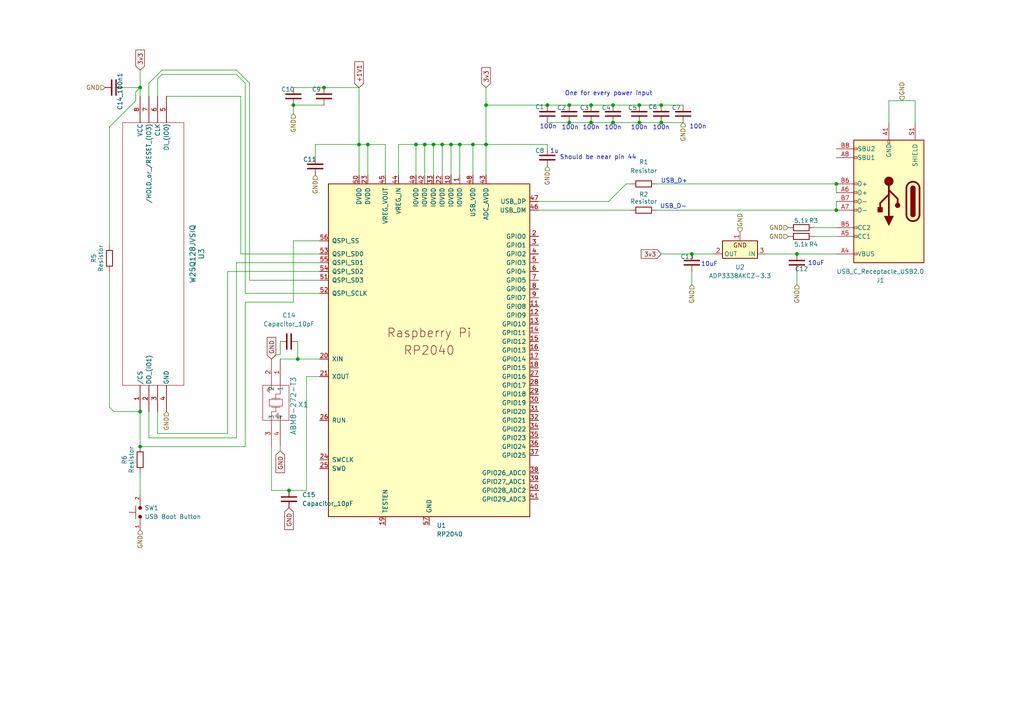
<source format=kicad_sch>
(kicad_sch
	(version 20231120)
	(generator "eeschema")
	(generator_version "8.0")
	(uuid "ae493393-ced9-4489-af2c-07645b6a0e15")
	(paper "A4")
	(lib_symbols
		(symbol "2024-11-17_08-49-35:W25Q128JVSIQ"
			(pin_names
				(offset 0.254)
			)
			(exclude_from_sim no)
			(in_bom yes)
			(on_board yes)
			(property "Reference" "U"
				(at 45.72 10.16 0)
				(effects
					(font
						(size 1.524 1.524)
					)
				)
			)
			(property "Value" "W25Q128JVSIQ"
				(at 45.72 7.62 0)
				(effects
					(font
						(size 1.524 1.524)
					)
				)
			)
			(property "Footprint" "SOIC_128JVSIQ_WIN"
				(at 0 0 0)
				(effects
					(font
						(size 1.27 1.27)
						(italic yes)
					)
					(hide yes)
				)
			)
			(property "Datasheet" "W25Q128JVSIQ"
				(at 0 0 0)
				(effects
					(font
						(size 1.27 1.27)
						(italic yes)
					)
					(hide yes)
				)
			)
			(property "Description" ""
				(at 0 0 0)
				(effects
					(font
						(size 1.27 1.27)
					)
					(hide yes)
				)
			)
			(property "ki_locked" ""
				(at 0 0 0)
				(effects
					(font
						(size 1.27 1.27)
					)
				)
			)
			(property "ki_keywords" "W25Q128JVSIQ"
				(at 0 0 0)
				(effects
					(font
						(size 1.27 1.27)
					)
					(hide yes)
				)
			)
			(property "ki_fp_filters" "SOIC_128JVSIQ_WIN SOIC_128JVSIQ_WIN-M SOIC_128JVSIQ_WIN-L"
				(at 0 0 0)
				(effects
					(font
						(size 1.27 1.27)
					)
					(hide yes)
				)
			)
			(symbol "W25Q128JVSIQ_0_1"
				(polyline
					(pts
						(xy 7.62 -12.7) (xy 83.82 -12.7)
					)
					(stroke
						(width 0.127)
						(type default)
					)
					(fill
						(type none)
					)
				)
				(polyline
					(pts
						(xy 7.62 5.08) (xy 7.62 -12.7)
					)
					(stroke
						(width 0.127)
						(type default)
					)
					(fill
						(type none)
					)
				)
				(polyline
					(pts
						(xy 83.82 -12.7) (xy 83.82 5.08)
					)
					(stroke
						(width 0.127)
						(type default)
					)
					(fill
						(type none)
					)
				)
				(polyline
					(pts
						(xy 83.82 5.08) (xy 7.62 5.08)
					)
					(stroke
						(width 0.127)
						(type default)
					)
					(fill
						(type none)
					)
				)
				(pin unspecified line
					(at 0 0 0)
					(length 7.62)
					(name "/CS"
						(effects
							(font
								(size 1.27 1.27)
							)
						)
					)
					(number "1"
						(effects
							(font
								(size 1.27 1.27)
							)
						)
					)
				)
				(pin unspecified line
					(at 0 -2.54 0)
					(length 7.62)
					(name "DO_(IO1)"
						(effects
							(font
								(size 1.27 1.27)
							)
						)
					)
					(number "2"
						(effects
							(font
								(size 1.27 1.27)
							)
						)
					)
				)
				(pin unspecified line
					(at 0 -5.08 0)
					(length 7.62)
					(name ""
						(effects
							(font
								(size 1.27 1.27)
							)
						)
					)
					(number "3"
						(effects
							(font
								(size 1.27 1.27)
							)
						)
					)
				)
				(pin power_out line
					(at 0 -7.62 0)
					(length 7.62)
					(name "GND"
						(effects
							(font
								(size 1.27 1.27)
							)
						)
					)
					(number "4"
						(effects
							(font
								(size 1.27 1.27)
							)
						)
					)
				)
				(pin unspecified line
					(at 91.44 -7.62 180)
					(length 7.62)
					(name "DI_(IO0)"
						(effects
							(font
								(size 1.27 1.27)
							)
						)
					)
					(number "5"
						(effects
							(font
								(size 1.27 1.27)
							)
						)
					)
				)
				(pin unspecified line
					(at 91.44 -5.08 180)
					(length 7.62)
					(name "CLK"
						(effects
							(font
								(size 1.27 1.27)
							)
						)
					)
					(number "6"
						(effects
							(font
								(size 1.27 1.27)
							)
						)
					)
				)
				(pin unspecified line
					(at 91.44 -2.54 180)
					(length 7.62)
					(name "/HOLD_or_/RESET_(IO3)"
						(effects
							(font
								(size 1.27 1.27)
							)
						)
					)
					(number "7"
						(effects
							(font
								(size 1.27 1.27)
							)
						)
					)
				)
				(pin power_in line
					(at 91.44 0 180)
					(length 7.62)
					(name "VCC"
						(effects
							(font
								(size 1.27 1.27)
							)
						)
					)
					(number "8"
						(effects
							(font
								(size 1.27 1.27)
							)
						)
					)
				)
			)
		)
		(symbol "2024-11-18_05-34-54:ABM8-272-T3"
			(pin_names
				(offset 0.254)
			)
			(exclude_from_sim no)
			(in_bom yes)
			(on_board yes)
			(property "Reference" "X"
				(at 12.7 7.62 0)
				(effects
					(font
						(size 1.524 1.524)
					)
				)
			)
			(property "Value" "ABM8-272-T3"
				(at 12.7 5.08 0)
				(effects
					(font
						(size 1.524 1.524)
					)
				)
			)
			(property "Footprint" "ABM8-272-T3_ABR"
				(at 0 0 0)
				(effects
					(font
						(size 1.27 1.27)
						(italic yes)
					)
					(hide yes)
				)
			)
			(property "Datasheet" "ABM8-272-T3"
				(at 0 0 0)
				(effects
					(font
						(size 1.27 1.27)
						(italic yes)
					)
					(hide yes)
				)
			)
			(property "Description" ""
				(at 0 0 0)
				(effects
					(font
						(size 1.27 1.27)
					)
					(hide yes)
				)
			)
			(property "ki_locked" ""
				(at 0 0 0)
				(effects
					(font
						(size 1.27 1.27)
					)
				)
			)
			(property "ki_keywords" "ABM8-272-T3"
				(at 0 0 0)
				(effects
					(font
						(size 1.27 1.27)
					)
					(hide yes)
				)
			)
			(property "ki_fp_filters" "ABM8-272-T3_ABR"
				(at 0 0 0)
				(effects
					(font
						(size 1.27 1.27)
					)
					(hide yes)
				)
			)
			(symbol "ABM8-272-T3_0_1"
				(polyline
					(pts
						(xy 7.62 -5.08) (xy 17.78 -5.08)
					)
					(stroke
						(width 0.127)
						(type default)
					)
					(fill
						(type none)
					)
				)
				(polyline
					(pts
						(xy 7.62 -2.54) (xy 8.89 -2.54)
					)
					(stroke
						(width 0.127)
						(type default)
					)
					(fill
						(type none)
					)
				)
				(polyline
					(pts
						(xy 7.62 2.54) (xy 7.62 -5.08)
					)
					(stroke
						(width 0.127)
						(type default)
					)
					(fill
						(type none)
					)
				)
				(polyline
					(pts
						(xy 7.9375 -3.175) (xy 9.8425 -3.175)
					)
					(stroke
						(width 0.127)
						(type default)
					)
					(fill
						(type none)
					)
				)
				(polyline
					(pts
						(xy 8.255 -3.4925) (xy 9.525 -3.4925)
					)
					(stroke
						(width 0.127)
						(type default)
					)
					(fill
						(type none)
					)
				)
				(polyline
					(pts
						(xy 8.5725 -3.81) (xy 9.2075 -3.81)
					)
					(stroke
						(width 0.127)
						(type default)
					)
					(fill
						(type none)
					)
				)
				(polyline
					(pts
						(xy 8.89 -2.54) (xy 8.89 -3.175)
					)
					(stroke
						(width 0.127)
						(type default)
					)
					(fill
						(type none)
					)
				)
				(polyline
					(pts
						(xy 10.16 -1.27) (xy 10.16 0)
					)
					(stroke
						(width 0.127)
						(type default)
					)
					(fill
						(type none)
					)
				)
				(polyline
					(pts
						(xy 10.16 0) (xy 7.62 0)
					)
					(stroke
						(width 0.127)
						(type default)
					)
					(fill
						(type none)
					)
				)
				(polyline
					(pts
						(xy 11.43 -1.27) (xy 10.16 -1.27)
					)
					(stroke
						(width 0.127)
						(type default)
					)
					(fill
						(type none)
					)
				)
				(polyline
					(pts
						(xy 11.43 0) (xy 11.43 -2.54)
					)
					(stroke
						(width 0.127)
						(type default)
					)
					(fill
						(type none)
					)
				)
				(polyline
					(pts
						(xy 11.7475 -3.175) (xy 13.6525 -3.175)
					)
					(stroke
						(width 0.127)
						(type default)
					)
					(fill
						(type none)
					)
				)
				(polyline
					(pts
						(xy 11.7475 0.635) (xy 11.7475 -3.175)
					)
					(stroke
						(width 0.127)
						(type default)
					)
					(fill
						(type none)
					)
				)
				(polyline
					(pts
						(xy 13.6525 -3.175) (xy 13.6525 0.635)
					)
					(stroke
						(width 0.127)
						(type default)
					)
					(fill
						(type none)
					)
				)
				(polyline
					(pts
						(xy 13.6525 0.635) (xy 11.7475 0.635)
					)
					(stroke
						(width 0.127)
						(type default)
					)
					(fill
						(type none)
					)
				)
				(polyline
					(pts
						(xy 13.97 -1.27) (xy 15.24 -1.27)
					)
					(stroke
						(width 0.127)
						(type default)
					)
					(fill
						(type none)
					)
				)
				(polyline
					(pts
						(xy 13.97 0) (xy 13.97 -2.54)
					)
					(stroke
						(width 0.127)
						(type default)
					)
					(fill
						(type none)
					)
				)
				(polyline
					(pts
						(xy 15.24 -2.54) (xy 17.78 -2.54)
					)
					(stroke
						(width 0.127)
						(type default)
					)
					(fill
						(type none)
					)
				)
				(polyline
					(pts
						(xy 15.24 -1.27) (xy 15.24 -2.54)
					)
					(stroke
						(width 0.127)
						(type default)
					)
					(fill
						(type none)
					)
				)
				(polyline
					(pts
						(xy 16.51 0) (xy 16.51 -0.635)
					)
					(stroke
						(width 0.127)
						(type default)
					)
					(fill
						(type none)
					)
				)
				(polyline
					(pts
						(xy 16.8275 -1.27) (xy 16.1925 -1.27)
					)
					(stroke
						(width 0.127)
						(type default)
					)
					(fill
						(type none)
					)
				)
				(polyline
					(pts
						(xy 17.145 -0.9525) (xy 15.875 -0.9525)
					)
					(stroke
						(width 0.127)
						(type default)
					)
					(fill
						(type none)
					)
				)
				(polyline
					(pts
						(xy 17.4625 -0.635) (xy 15.5575 -0.635)
					)
					(stroke
						(width 0.127)
						(type default)
					)
					(fill
						(type none)
					)
				)
				(polyline
					(pts
						(xy 17.78 -5.08) (xy 17.78 2.54)
					)
					(stroke
						(width 0.127)
						(type default)
					)
					(fill
						(type none)
					)
				)
				(polyline
					(pts
						(xy 17.78 0) (xy 16.51 0)
					)
					(stroke
						(width 0.127)
						(type default)
					)
					(fill
						(type none)
					)
				)
				(polyline
					(pts
						(xy 17.78 2.54) (xy 7.62 2.54)
					)
					(stroke
						(width 0.127)
						(type default)
					)
					(fill
						(type none)
					)
				)
				(pin unspecified line
					(at 0 0 0)
					(length 7.62)
					(name "1"
						(effects
							(font
								(size 1.27 1.27)
							)
						)
					)
					(number "1"
						(effects
							(font
								(size 1.27 1.27)
							)
						)
					)
				)
				(pin unspecified line
					(at 0 -2.54 0)
					(length 7.62)
					(name "2"
						(effects
							(font
								(size 1.27 1.27)
							)
						)
					)
					(number "2"
						(effects
							(font
								(size 1.27 1.27)
							)
						)
					)
				)
				(pin unspecified line
					(at 25.4 -2.54 180)
					(length 7.62)
					(name "3"
						(effects
							(font
								(size 1.27 1.27)
							)
						)
					)
					(number "3"
						(effects
							(font
								(size 1.27 1.27)
							)
						)
					)
				)
				(pin unspecified line
					(at 25.4 0 180)
					(length 7.62)
					(name "4"
						(effects
							(font
								(size 1.27 1.27)
							)
						)
					)
					(number "4"
						(effects
							(font
								(size 1.27 1.27)
							)
						)
					)
				)
			)
		)
		(symbol "Connector:USB_C_Receptacle_USB2.0"
			(pin_names
				(offset 1.016)
			)
			(exclude_from_sim no)
			(in_bom yes)
			(on_board yes)
			(property "Reference" "J"
				(at -10.16 19.05 0)
				(effects
					(font
						(size 1.27 1.27)
					)
					(justify left)
				)
			)
			(property "Value" "USB_C_Receptacle_USB2.0"
				(at 19.05 19.05 0)
				(effects
					(font
						(size 1.27 1.27)
					)
					(justify right)
				)
			)
			(property "Footprint" ""
				(at 3.81 0 0)
				(effects
					(font
						(size 1.27 1.27)
					)
					(hide yes)
				)
			)
			(property "Datasheet" "https://www.usb.org/sites/default/files/documents/usb_type-c.zip"
				(at 3.81 0 0)
				(effects
					(font
						(size 1.27 1.27)
					)
					(hide yes)
				)
			)
			(property "Description" "USB 2.0-only Type-C Receptacle connector"
				(at 0 0 0)
				(effects
					(font
						(size 1.27 1.27)
					)
					(hide yes)
				)
			)
			(property "ki_keywords" "usb universal serial bus type-C USB2.0"
				(at 0 0 0)
				(effects
					(font
						(size 1.27 1.27)
					)
					(hide yes)
				)
			)
			(property "ki_fp_filters" "USB*C*Receptacle*"
				(at 0 0 0)
				(effects
					(font
						(size 1.27 1.27)
					)
					(hide yes)
				)
			)
			(symbol "USB_C_Receptacle_USB2.0_0_0"
				(rectangle
					(start -0.254 -17.78)
					(end 0.254 -16.764)
					(stroke
						(width 0)
						(type default)
					)
					(fill
						(type none)
					)
				)
				(rectangle
					(start 10.16 -14.986)
					(end 9.144 -15.494)
					(stroke
						(width 0)
						(type default)
					)
					(fill
						(type none)
					)
				)
				(rectangle
					(start 10.16 -12.446)
					(end 9.144 -12.954)
					(stroke
						(width 0)
						(type default)
					)
					(fill
						(type none)
					)
				)
				(rectangle
					(start 10.16 -4.826)
					(end 9.144 -5.334)
					(stroke
						(width 0)
						(type default)
					)
					(fill
						(type none)
					)
				)
				(rectangle
					(start 10.16 -2.286)
					(end 9.144 -2.794)
					(stroke
						(width 0)
						(type default)
					)
					(fill
						(type none)
					)
				)
				(rectangle
					(start 10.16 0.254)
					(end 9.144 -0.254)
					(stroke
						(width 0)
						(type default)
					)
					(fill
						(type none)
					)
				)
				(rectangle
					(start 10.16 2.794)
					(end 9.144 2.286)
					(stroke
						(width 0)
						(type default)
					)
					(fill
						(type none)
					)
				)
				(rectangle
					(start 10.16 7.874)
					(end 9.144 7.366)
					(stroke
						(width 0)
						(type default)
					)
					(fill
						(type none)
					)
				)
				(rectangle
					(start 10.16 10.414)
					(end 9.144 9.906)
					(stroke
						(width 0)
						(type default)
					)
					(fill
						(type none)
					)
				)
				(rectangle
					(start 10.16 15.494)
					(end 9.144 14.986)
					(stroke
						(width 0)
						(type default)
					)
					(fill
						(type none)
					)
				)
			)
			(symbol "USB_C_Receptacle_USB2.0_0_1"
				(rectangle
					(start -10.16 17.78)
					(end 10.16 -17.78)
					(stroke
						(width 0.254)
						(type default)
					)
					(fill
						(type background)
					)
				)
				(arc
					(start -8.89 -3.81)
					(mid -6.985 -5.7066)
					(end -5.08 -3.81)
					(stroke
						(width 0.508)
						(type default)
					)
					(fill
						(type none)
					)
				)
				(arc
					(start -7.62 -3.81)
					(mid -6.985 -4.4422)
					(end -6.35 -3.81)
					(stroke
						(width 0.254)
						(type default)
					)
					(fill
						(type none)
					)
				)
				(arc
					(start -7.62 -3.81)
					(mid -6.985 -4.4422)
					(end -6.35 -3.81)
					(stroke
						(width 0.254)
						(type default)
					)
					(fill
						(type outline)
					)
				)
				(rectangle
					(start -7.62 -3.81)
					(end -6.35 3.81)
					(stroke
						(width 0.254)
						(type default)
					)
					(fill
						(type outline)
					)
				)
				(arc
					(start -6.35 3.81)
					(mid -6.985 4.4422)
					(end -7.62 3.81)
					(stroke
						(width 0.254)
						(type default)
					)
					(fill
						(type none)
					)
				)
				(arc
					(start -6.35 3.81)
					(mid -6.985 4.4422)
					(end -7.62 3.81)
					(stroke
						(width 0.254)
						(type default)
					)
					(fill
						(type outline)
					)
				)
				(arc
					(start -5.08 3.81)
					(mid -6.985 5.7066)
					(end -8.89 3.81)
					(stroke
						(width 0.508)
						(type default)
					)
					(fill
						(type none)
					)
				)
				(circle
					(center -2.54 1.143)
					(radius 0.635)
					(stroke
						(width 0.254)
						(type default)
					)
					(fill
						(type outline)
					)
				)
				(circle
					(center 0 -5.842)
					(radius 1.27)
					(stroke
						(width 0)
						(type default)
					)
					(fill
						(type outline)
					)
				)
				(polyline
					(pts
						(xy -8.89 -3.81) (xy -8.89 3.81)
					)
					(stroke
						(width 0.508)
						(type default)
					)
					(fill
						(type none)
					)
				)
				(polyline
					(pts
						(xy -5.08 3.81) (xy -5.08 -3.81)
					)
					(stroke
						(width 0.508)
						(type default)
					)
					(fill
						(type none)
					)
				)
				(polyline
					(pts
						(xy 0 -5.842) (xy 0 4.318)
					)
					(stroke
						(width 0.508)
						(type default)
					)
					(fill
						(type none)
					)
				)
				(polyline
					(pts
						(xy 0 -3.302) (xy -2.54 -0.762) (xy -2.54 0.508)
					)
					(stroke
						(width 0.508)
						(type default)
					)
					(fill
						(type none)
					)
				)
				(polyline
					(pts
						(xy 0 -2.032) (xy 2.54 0.508) (xy 2.54 1.778)
					)
					(stroke
						(width 0.508)
						(type default)
					)
					(fill
						(type none)
					)
				)
				(polyline
					(pts
						(xy -1.27 4.318) (xy 0 6.858) (xy 1.27 4.318) (xy -1.27 4.318)
					)
					(stroke
						(width 0.254)
						(type default)
					)
					(fill
						(type outline)
					)
				)
				(rectangle
					(start 1.905 1.778)
					(end 3.175 3.048)
					(stroke
						(width 0.254)
						(type default)
					)
					(fill
						(type outline)
					)
				)
			)
			(symbol "USB_C_Receptacle_USB2.0_1_1"
				(pin passive line
					(at 0 -22.86 90)
					(length 5.08)
					(name "GND"
						(effects
							(font
								(size 1.27 1.27)
							)
						)
					)
					(number "A1"
						(effects
							(font
								(size 1.27 1.27)
							)
						)
					)
				)
				(pin passive line
					(at 0 -22.86 90)
					(length 5.08) hide
					(name "GND"
						(effects
							(font
								(size 1.27 1.27)
							)
						)
					)
					(number "A12"
						(effects
							(font
								(size 1.27 1.27)
							)
						)
					)
				)
				(pin passive line
					(at 15.24 15.24 180)
					(length 5.08)
					(name "VBUS"
						(effects
							(font
								(size 1.27 1.27)
							)
						)
					)
					(number "A4"
						(effects
							(font
								(size 1.27 1.27)
							)
						)
					)
				)
				(pin bidirectional line
					(at 15.24 10.16 180)
					(length 5.08)
					(name "CC1"
						(effects
							(font
								(size 1.27 1.27)
							)
						)
					)
					(number "A5"
						(effects
							(font
								(size 1.27 1.27)
							)
						)
					)
				)
				(pin bidirectional line
					(at 15.24 -2.54 180)
					(length 5.08)
					(name "D+"
						(effects
							(font
								(size 1.27 1.27)
							)
						)
					)
					(number "A6"
						(effects
							(font
								(size 1.27 1.27)
							)
						)
					)
				)
				(pin bidirectional line
					(at 15.24 2.54 180)
					(length 5.08)
					(name "D-"
						(effects
							(font
								(size 1.27 1.27)
							)
						)
					)
					(number "A7"
						(effects
							(font
								(size 1.27 1.27)
							)
						)
					)
				)
				(pin bidirectional line
					(at 15.24 -12.7 180)
					(length 5.08)
					(name "SBU1"
						(effects
							(font
								(size 1.27 1.27)
							)
						)
					)
					(number "A8"
						(effects
							(font
								(size 1.27 1.27)
							)
						)
					)
				)
				(pin passive line
					(at 15.24 15.24 180)
					(length 5.08) hide
					(name "VBUS"
						(effects
							(font
								(size 1.27 1.27)
							)
						)
					)
					(number "A9"
						(effects
							(font
								(size 1.27 1.27)
							)
						)
					)
				)
				(pin passive line
					(at 0 -22.86 90)
					(length 5.08) hide
					(name "GND"
						(effects
							(font
								(size 1.27 1.27)
							)
						)
					)
					(number "B1"
						(effects
							(font
								(size 1.27 1.27)
							)
						)
					)
				)
				(pin passive line
					(at 0 -22.86 90)
					(length 5.08) hide
					(name "GND"
						(effects
							(font
								(size 1.27 1.27)
							)
						)
					)
					(number "B12"
						(effects
							(font
								(size 1.27 1.27)
							)
						)
					)
				)
				(pin passive line
					(at 15.24 15.24 180)
					(length 5.08) hide
					(name "VBUS"
						(effects
							(font
								(size 1.27 1.27)
							)
						)
					)
					(number "B4"
						(effects
							(font
								(size 1.27 1.27)
							)
						)
					)
				)
				(pin bidirectional line
					(at 15.24 7.62 180)
					(length 5.08)
					(name "CC2"
						(effects
							(font
								(size 1.27 1.27)
							)
						)
					)
					(number "B5"
						(effects
							(font
								(size 1.27 1.27)
							)
						)
					)
				)
				(pin bidirectional line
					(at 15.24 -5.08 180)
					(length 5.08)
					(name "D+"
						(effects
							(font
								(size 1.27 1.27)
							)
						)
					)
					(number "B6"
						(effects
							(font
								(size 1.27 1.27)
							)
						)
					)
				)
				(pin bidirectional line
					(at 15.24 0 180)
					(length 5.08)
					(name "D-"
						(effects
							(font
								(size 1.27 1.27)
							)
						)
					)
					(number "B7"
						(effects
							(font
								(size 1.27 1.27)
							)
						)
					)
				)
				(pin bidirectional line
					(at 15.24 -15.24 180)
					(length 5.08)
					(name "SBU2"
						(effects
							(font
								(size 1.27 1.27)
							)
						)
					)
					(number "B8"
						(effects
							(font
								(size 1.27 1.27)
							)
						)
					)
				)
				(pin passive line
					(at 15.24 15.24 180)
					(length 5.08) hide
					(name "VBUS"
						(effects
							(font
								(size 1.27 1.27)
							)
						)
					)
					(number "B9"
						(effects
							(font
								(size 1.27 1.27)
							)
						)
					)
				)
				(pin passive line
					(at -7.62 -22.86 90)
					(length 5.08)
					(name "SHIELD"
						(effects
							(font
								(size 1.27 1.27)
							)
						)
					)
					(number "S1"
						(effects
							(font
								(size 1.27 1.27)
							)
						)
					)
				)
			)
		)
		(symbol "MCU_RaspberryPi_and_Boards:RP2040"
			(pin_names
				(offset 1.016)
			)
			(exclude_from_sim no)
			(in_bom yes)
			(on_board yes)
			(property "Reference" "U"
				(at -29.21 49.53 0)
				(effects
					(font
						(size 1.27 1.27)
					)
				)
			)
			(property "Value" "RP2040"
				(at 24.13 -49.53 0)
				(effects
					(font
						(size 1.27 1.27)
					)
				)
			)
			(property "Footprint" "RP2040_minimal:RP2040-QFN-56"
				(at -19.05 0 0)
				(effects
					(font
						(size 1.27 1.27)
					)
					(hide yes)
				)
			)
			(property "Datasheet" ""
				(at -19.05 0 0)
				(effects
					(font
						(size 1.27 1.27)
					)
					(hide yes)
				)
			)
			(property "Description" ""
				(at 0 0 0)
				(effects
					(font
						(size 1.27 1.27)
					)
					(hide yes)
				)
			)
			(symbol "RP2040_0_0"
				(text "Raspberry Pi"
					(at 0 5.08 0)
					(effects
						(font
							(size 2.54 2.54)
						)
					)
				)
				(text "RP2040"
					(at 0 0 0)
					(effects
						(font
							(size 2.54 2.54)
						)
					)
				)
			)
			(symbol "RP2040_0_1"
				(rectangle
					(start 29.21 48.26)
					(end -29.21 -48.26)
					(stroke
						(width 0.254)
						(type default)
					)
					(fill
						(type background)
					)
				)
			)
			(symbol "RP2040_1_1"
				(pin power_in line
					(at 8.89 50.8 270)
					(length 2.54)
					(name "IOVDD"
						(effects
							(font
								(size 1.27 1.27)
							)
						)
					)
					(number "1"
						(effects
							(font
								(size 1.27 1.27)
							)
						)
					)
				)
				(pin power_in line
					(at 6.35 50.8 270)
					(length 2.54)
					(name "IOVDD"
						(effects
							(font
								(size 1.27 1.27)
							)
						)
					)
					(number "10"
						(effects
							(font
								(size 1.27 1.27)
							)
						)
					)
				)
				(pin bidirectional line
					(at 31.75 12.7 180)
					(length 2.54)
					(name "GPIO8"
						(effects
							(font
								(size 1.27 1.27)
							)
						)
					)
					(number "11"
						(effects
							(font
								(size 1.27 1.27)
							)
						)
					)
				)
				(pin bidirectional line
					(at 31.75 10.16 180)
					(length 2.54)
					(name "GPIO9"
						(effects
							(font
								(size 1.27 1.27)
							)
						)
					)
					(number "12"
						(effects
							(font
								(size 1.27 1.27)
							)
						)
					)
				)
				(pin bidirectional line
					(at 31.75 7.62 180)
					(length 2.54)
					(name "GPIO10"
						(effects
							(font
								(size 1.27 1.27)
							)
						)
					)
					(number "13"
						(effects
							(font
								(size 1.27 1.27)
							)
						)
					)
				)
				(pin bidirectional line
					(at 31.75 5.08 180)
					(length 2.54)
					(name "GPIO11"
						(effects
							(font
								(size 1.27 1.27)
							)
						)
					)
					(number "14"
						(effects
							(font
								(size 1.27 1.27)
							)
						)
					)
				)
				(pin bidirectional line
					(at 31.75 2.54 180)
					(length 2.54)
					(name "GPIO12"
						(effects
							(font
								(size 1.27 1.27)
							)
						)
					)
					(number "15"
						(effects
							(font
								(size 1.27 1.27)
							)
						)
					)
				)
				(pin bidirectional line
					(at 31.75 0 180)
					(length 2.54)
					(name "GPIO13"
						(effects
							(font
								(size 1.27 1.27)
							)
						)
					)
					(number "16"
						(effects
							(font
								(size 1.27 1.27)
							)
						)
					)
				)
				(pin bidirectional line
					(at 31.75 -2.54 180)
					(length 2.54)
					(name "GPIO14"
						(effects
							(font
								(size 1.27 1.27)
							)
						)
					)
					(number "17"
						(effects
							(font
								(size 1.27 1.27)
							)
						)
					)
				)
				(pin bidirectional line
					(at 31.75 -5.08 180)
					(length 2.54)
					(name "GPIO15"
						(effects
							(font
								(size 1.27 1.27)
							)
						)
					)
					(number "18"
						(effects
							(font
								(size 1.27 1.27)
							)
						)
					)
				)
				(pin passive line
					(at -12.7 -50.8 90)
					(length 2.54)
					(name "TESTEN"
						(effects
							(font
								(size 1.27 1.27)
							)
						)
					)
					(number "19"
						(effects
							(font
								(size 1.27 1.27)
							)
						)
					)
				)
				(pin bidirectional line
					(at 31.75 33.02 180)
					(length 2.54)
					(name "GPIO0"
						(effects
							(font
								(size 1.27 1.27)
							)
						)
					)
					(number "2"
						(effects
							(font
								(size 1.27 1.27)
							)
						)
					)
				)
				(pin input line
					(at -31.75 -2.54 0)
					(length 2.54)
					(name "XIN"
						(effects
							(font
								(size 1.27 1.27)
							)
						)
					)
					(number "20"
						(effects
							(font
								(size 1.27 1.27)
							)
						)
					)
				)
				(pin passive line
					(at -31.75 -7.62 0)
					(length 2.54)
					(name "XOUT"
						(effects
							(font
								(size 1.27 1.27)
							)
						)
					)
					(number "21"
						(effects
							(font
								(size 1.27 1.27)
							)
						)
					)
				)
				(pin power_in line
					(at 3.81 50.8 270)
					(length 2.54)
					(name "IOVDD"
						(effects
							(font
								(size 1.27 1.27)
							)
						)
					)
					(number "22"
						(effects
							(font
								(size 1.27 1.27)
							)
						)
					)
				)
				(pin power_in line
					(at -17.78 50.8 270)
					(length 2.54)
					(name "DVDD"
						(effects
							(font
								(size 1.27 1.27)
							)
						)
					)
					(number "23"
						(effects
							(font
								(size 1.27 1.27)
							)
						)
					)
				)
				(pin output line
					(at -31.75 -31.75 0)
					(length 2.54)
					(name "SWCLK"
						(effects
							(font
								(size 1.27 1.27)
							)
						)
					)
					(number "24"
						(effects
							(font
								(size 1.27 1.27)
							)
						)
					)
				)
				(pin bidirectional line
					(at -31.75 -34.29 0)
					(length 2.54)
					(name "SWD"
						(effects
							(font
								(size 1.27 1.27)
							)
						)
					)
					(number "25"
						(effects
							(font
								(size 1.27 1.27)
							)
						)
					)
				)
				(pin input line
					(at -31.75 -20.32 0)
					(length 2.54)
					(name "RUN"
						(effects
							(font
								(size 1.27 1.27)
							)
						)
					)
					(number "26"
						(effects
							(font
								(size 1.27 1.27)
							)
						)
					)
				)
				(pin bidirectional line
					(at 31.75 -7.62 180)
					(length 2.54)
					(name "GPIO16"
						(effects
							(font
								(size 1.27 1.27)
							)
						)
					)
					(number "27"
						(effects
							(font
								(size 1.27 1.27)
							)
						)
					)
				)
				(pin bidirectional line
					(at 31.75 -10.16 180)
					(length 2.54)
					(name "GPIO17"
						(effects
							(font
								(size 1.27 1.27)
							)
						)
					)
					(number "28"
						(effects
							(font
								(size 1.27 1.27)
							)
						)
					)
				)
				(pin bidirectional line
					(at 31.75 -12.7 180)
					(length 2.54)
					(name "GPIO18"
						(effects
							(font
								(size 1.27 1.27)
							)
						)
					)
					(number "29"
						(effects
							(font
								(size 1.27 1.27)
							)
						)
					)
				)
				(pin bidirectional line
					(at 31.75 30.48 180)
					(length 2.54)
					(name "GPIO1"
						(effects
							(font
								(size 1.27 1.27)
							)
						)
					)
					(number "3"
						(effects
							(font
								(size 1.27 1.27)
							)
						)
					)
				)
				(pin bidirectional line
					(at 31.75 -15.24 180)
					(length 2.54)
					(name "GPIO19"
						(effects
							(font
								(size 1.27 1.27)
							)
						)
					)
					(number "30"
						(effects
							(font
								(size 1.27 1.27)
							)
						)
					)
				)
				(pin bidirectional line
					(at 31.75 -17.78 180)
					(length 2.54)
					(name "GPIO20"
						(effects
							(font
								(size 1.27 1.27)
							)
						)
					)
					(number "31"
						(effects
							(font
								(size 1.27 1.27)
							)
						)
					)
				)
				(pin bidirectional line
					(at 31.75 -20.32 180)
					(length 2.54)
					(name "GPIO21"
						(effects
							(font
								(size 1.27 1.27)
							)
						)
					)
					(number "32"
						(effects
							(font
								(size 1.27 1.27)
							)
						)
					)
				)
				(pin power_in line
					(at 1.27 50.8 270)
					(length 2.54)
					(name "IOVDD"
						(effects
							(font
								(size 1.27 1.27)
							)
						)
					)
					(number "33"
						(effects
							(font
								(size 1.27 1.27)
							)
						)
					)
				)
				(pin bidirectional line
					(at 31.75 -22.86 180)
					(length 2.54)
					(name "GPIO22"
						(effects
							(font
								(size 1.27 1.27)
							)
						)
					)
					(number "34"
						(effects
							(font
								(size 1.27 1.27)
							)
						)
					)
				)
				(pin bidirectional line
					(at 31.75 -25.4 180)
					(length 2.54)
					(name "GPIO23"
						(effects
							(font
								(size 1.27 1.27)
							)
						)
					)
					(number "35"
						(effects
							(font
								(size 1.27 1.27)
							)
						)
					)
				)
				(pin bidirectional line
					(at 31.75 -27.94 180)
					(length 2.54)
					(name "GPIO24"
						(effects
							(font
								(size 1.27 1.27)
							)
						)
					)
					(number "36"
						(effects
							(font
								(size 1.27 1.27)
							)
						)
					)
				)
				(pin bidirectional line
					(at 31.75 -30.48 180)
					(length 2.54)
					(name "GPIO25"
						(effects
							(font
								(size 1.27 1.27)
							)
						)
					)
					(number "37"
						(effects
							(font
								(size 1.27 1.27)
							)
						)
					)
				)
				(pin bidirectional line
					(at 31.75 -35.56 180)
					(length 2.54)
					(name "GPIO26_ADC0"
						(effects
							(font
								(size 1.27 1.27)
							)
						)
					)
					(number "38"
						(effects
							(font
								(size 1.27 1.27)
							)
						)
					)
				)
				(pin bidirectional line
					(at 31.75 -38.1 180)
					(length 2.54)
					(name "GPIO27_ADC1"
						(effects
							(font
								(size 1.27 1.27)
							)
						)
					)
					(number "39"
						(effects
							(font
								(size 1.27 1.27)
							)
						)
					)
				)
				(pin bidirectional line
					(at 31.75 27.94 180)
					(length 2.54)
					(name "GPIO2"
						(effects
							(font
								(size 1.27 1.27)
							)
						)
					)
					(number "4"
						(effects
							(font
								(size 1.27 1.27)
							)
						)
					)
				)
				(pin bidirectional line
					(at 31.75 -40.64 180)
					(length 2.54)
					(name "GPIO28_ADC2"
						(effects
							(font
								(size 1.27 1.27)
							)
						)
					)
					(number "40"
						(effects
							(font
								(size 1.27 1.27)
							)
						)
					)
				)
				(pin bidirectional line
					(at 31.75 -43.18 180)
					(length 2.54)
					(name "GPIO29_ADC3"
						(effects
							(font
								(size 1.27 1.27)
							)
						)
					)
					(number "41"
						(effects
							(font
								(size 1.27 1.27)
							)
						)
					)
				)
				(pin power_in line
					(at -1.27 50.8 270)
					(length 2.54)
					(name "IOVDD"
						(effects
							(font
								(size 1.27 1.27)
							)
						)
					)
					(number "42"
						(effects
							(font
								(size 1.27 1.27)
							)
						)
					)
				)
				(pin power_in line
					(at 16.51 50.8 270)
					(length 2.54)
					(name "ADC_AVDD"
						(effects
							(font
								(size 1.27 1.27)
							)
						)
					)
					(number "43"
						(effects
							(font
								(size 1.27 1.27)
							)
						)
					)
				)
				(pin power_in line
					(at -8.89 50.8 270)
					(length 2.54)
					(name "VREG_IN"
						(effects
							(font
								(size 1.27 1.27)
							)
						)
					)
					(number "44"
						(effects
							(font
								(size 1.27 1.27)
							)
						)
					)
				)
				(pin power_out line
					(at -12.7 50.8 270)
					(length 2.54)
					(name "VREG_VOUT"
						(effects
							(font
								(size 1.27 1.27)
							)
						)
					)
					(number "45"
						(effects
							(font
								(size 1.27 1.27)
							)
						)
					)
				)
				(pin bidirectional line
					(at 31.75 40.64 180)
					(length 2.54)
					(name "USB_DM"
						(effects
							(font
								(size 1.27 1.27)
							)
						)
					)
					(number "46"
						(effects
							(font
								(size 1.27 1.27)
							)
						)
					)
				)
				(pin bidirectional line
					(at 31.75 43.18 180)
					(length 2.54)
					(name "USB_DP"
						(effects
							(font
								(size 1.27 1.27)
							)
						)
					)
					(number "47"
						(effects
							(font
								(size 1.27 1.27)
							)
						)
					)
				)
				(pin power_in line
					(at 12.7 50.8 270)
					(length 2.54)
					(name "USB_VDD"
						(effects
							(font
								(size 1.27 1.27)
							)
						)
					)
					(number "48"
						(effects
							(font
								(size 1.27 1.27)
							)
						)
					)
				)
				(pin power_in line
					(at -3.81 50.8 270)
					(length 2.54)
					(name "IOVDD"
						(effects
							(font
								(size 1.27 1.27)
							)
						)
					)
					(number "49"
						(effects
							(font
								(size 1.27 1.27)
							)
						)
					)
				)
				(pin bidirectional line
					(at 31.75 25.4 180)
					(length 2.54)
					(name "GPIO3"
						(effects
							(font
								(size 1.27 1.27)
							)
						)
					)
					(number "5"
						(effects
							(font
								(size 1.27 1.27)
							)
						)
					)
				)
				(pin power_in line
					(at -20.32 50.8 270)
					(length 2.54)
					(name "DVDD"
						(effects
							(font
								(size 1.27 1.27)
							)
						)
					)
					(number "50"
						(effects
							(font
								(size 1.27 1.27)
							)
						)
					)
				)
				(pin bidirectional line
					(at -31.75 20.32 0)
					(length 2.54)
					(name "QSPI_SD3"
						(effects
							(font
								(size 1.27 1.27)
							)
						)
					)
					(number "51"
						(effects
							(font
								(size 1.27 1.27)
							)
						)
					)
				)
				(pin output line
					(at -31.75 16.51 0)
					(length 2.54)
					(name "QSPI_SCLK"
						(effects
							(font
								(size 1.27 1.27)
							)
						)
					)
					(number "52"
						(effects
							(font
								(size 1.27 1.27)
							)
						)
					)
				)
				(pin bidirectional line
					(at -31.75 27.94 0)
					(length 2.54)
					(name "QSPI_SD0"
						(effects
							(font
								(size 1.27 1.27)
							)
						)
					)
					(number "53"
						(effects
							(font
								(size 1.27 1.27)
							)
						)
					)
				)
				(pin bidirectional line
					(at -31.75 22.86 0)
					(length 2.54)
					(name "QSPI_SD2"
						(effects
							(font
								(size 1.27 1.27)
							)
						)
					)
					(number "54"
						(effects
							(font
								(size 1.27 1.27)
							)
						)
					)
				)
				(pin bidirectional line
					(at -31.75 25.4 0)
					(length 2.54)
					(name "QSPI_SD1"
						(effects
							(font
								(size 1.27 1.27)
							)
						)
					)
					(number "55"
						(effects
							(font
								(size 1.27 1.27)
							)
						)
					)
				)
				(pin bidirectional line
					(at -31.75 31.75 0)
					(length 2.54)
					(name "QSPI_SS"
						(effects
							(font
								(size 1.27 1.27)
							)
						)
					)
					(number "56"
						(effects
							(font
								(size 1.27 1.27)
							)
						)
					)
				)
				(pin power_in line
					(at 0 -50.8 90)
					(length 2.54)
					(name "GND"
						(effects
							(font
								(size 1.27 1.27)
							)
						)
					)
					(number "57"
						(effects
							(font
								(size 1.27 1.27)
							)
						)
					)
				)
				(pin bidirectional line
					(at 31.75 22.86 180)
					(length 2.54)
					(name "GPIO4"
						(effects
							(font
								(size 1.27 1.27)
							)
						)
					)
					(number "6"
						(effects
							(font
								(size 1.27 1.27)
							)
						)
					)
				)
				(pin bidirectional line
					(at 31.75 20.32 180)
					(length 2.54)
					(name "GPIO5"
						(effects
							(font
								(size 1.27 1.27)
							)
						)
					)
					(number "7"
						(effects
							(font
								(size 1.27 1.27)
							)
						)
					)
				)
				(pin bidirectional line
					(at 31.75 17.78 180)
					(length 2.54)
					(name "GPIO6"
						(effects
							(font
								(size 1.27 1.27)
							)
						)
					)
					(number "8"
						(effects
							(font
								(size 1.27 1.27)
							)
						)
					)
				)
				(pin bidirectional line
					(at 31.75 15.24 180)
					(length 2.54)
					(name "GPIO7"
						(effects
							(font
								(size 1.27 1.27)
							)
						)
					)
					(number "9"
						(effects
							(font
								(size 1.27 1.27)
							)
						)
					)
				)
			)
		)
		(symbol "PCM_SL_Devices:Capacitor_NP"
			(exclude_from_sim no)
			(in_bom yes)
			(on_board yes)
			(property "Reference" "C"
				(at 0 6.35 0)
				(effects
					(font
						(size 1.27 1.27)
					)
				)
			)
			(property "Value" "Capacitor_NP"
				(at 0 3.81 0)
				(effects
					(font
						(size 1.27 1.27)
					)
				)
			)
			(property "Footprint" "Capacitor_THT:C_Disc_D3.0mm_W2.0mm_P2.50mm"
				(at 0 -3.81 0)
				(effects
					(font
						(size 1.27 1.27)
					)
					(hide yes)
				)
			)
			(property "Datasheet" ""
				(at 0 0 0)
				(effects
					(font
						(size 1.27 1.27)
					)
					(hide yes)
				)
			)
			(property "Description" "Unpolarized Capacitor"
				(at 0 0 0)
				(effects
					(font
						(size 1.27 1.27)
					)
					(hide yes)
				)
			)
			(property "ki_keywords" "Capacitor"
				(at 0 0 0)
				(effects
					(font
						(size 1.27 1.27)
					)
					(hide yes)
				)
			)
			(property "ki_fp_filters" "Capacitor_THT:C_Rect_L7.0mm_W3.5mm_P5.00mm Capacitor_THT:C_Rect_L7.0mm_W4.5mm_P5.00mm Capacitor_THT:C_Rect_L29.0mm_W7.6mm_P27.50mm_MKT Capacitor_THT:C_Rect_L24.0mm_W7.0mm_P22.50mm_MKT Capacitor_THT:C_Rect_L11.5mm_W5.0mm_P10.00mm_MKT Capacitor_THT:C_Rect_L9.0mm_W3.6mm_P7.50mm_MKT"
				(at 0 0 0)
				(effects
					(font
						(size 1.27 1.27)
					)
					(hide yes)
				)
			)
			(symbol "Capacitor_NP_0_1"
				(rectangle
					(start -0.762 2.286)
					(end -0.508 -2.286)
					(stroke
						(width 0)
						(type default)
					)
					(fill
						(type outline)
					)
				)
				(rectangle
					(start 0.508 2.286)
					(end 0.762 -2.286)
					(stroke
						(width 0)
						(type default)
					)
					(fill
						(type outline)
					)
				)
			)
			(symbol "Capacitor_NP_1_1"
				(pin passive line
					(at -2.54 0 0)
					(length 2)
					(name "~"
						(effects
							(font
								(size 0 0)
							)
						)
					)
					(number "1"
						(effects
							(font
								(size 0 0)
							)
						)
					)
				)
				(pin input line
					(at 2.54 0 180)
					(length 2)
					(name "~"
						(effects
							(font
								(size 0 0)
							)
						)
					)
					(number "2"
						(effects
							(font
								(size 0 0)
							)
						)
					)
				)
			)
		)
		(symbol "PCM_SL_Devices:Push_Button_W12mm"
			(exclude_from_sim no)
			(in_bom yes)
			(on_board yes)
			(property "Reference" "SW"
				(at 0 6.35 0)
				(effects
					(font
						(size 1.27 1.27)
					)
				)
			)
			(property "Value" "Push_Button_W12mm"
				(at 0 4.445 0)
				(effects
					(font
						(size 1.27 1.27)
					)
				)
			)
			(property "Footprint" "PCM_SL_Footprints:Push_Button_W12mm"
				(at -0.127 -3.175 0)
				(effects
					(font
						(size 1.27 1.27)
					)
					(hide yes)
				)
			)
			(property "Datasheet" ""
				(at 0 0 0)
				(effects
					(font
						(size 1.27 1.27)
					)
					(hide yes)
				)
			)
			(property "Description" "Common 12mmx12mm Push Button"
				(at 0 0 0)
				(effects
					(font
						(size 1.27 1.27)
					)
					(hide yes)
				)
			)
			(property "ki_keywords" "switch"
				(at 0 0 0)
				(effects
					(font
						(size 1.27 1.27)
					)
					(hide yes)
				)
			)
			(symbol "Push_Button_W12mm_0_1"
				(circle
					(center -1.27 0)
					(radius 0.4579)
					(stroke
						(width 0)
						(type default)
					)
					(fill
						(type outline)
					)
				)
				(polyline
					(pts
						(xy -3.175 0) (xy -1.778 0)
					)
					(stroke
						(width 0)
						(type default)
					)
					(fill
						(type none)
					)
				)
				(polyline
					(pts
						(xy -1.905 1.27) (xy 1.905 1.27)
					)
					(stroke
						(width 0)
						(type default)
					)
					(fill
						(type none)
					)
				)
				(polyline
					(pts
						(xy 0 1.27) (xy 0 3.175)
					)
					(stroke
						(width 0)
						(type default)
					)
					(fill
						(type none)
					)
				)
				(polyline
					(pts
						(xy 1.778 0) (xy 3.175 0)
					)
					(stroke
						(width 0)
						(type default)
					)
					(fill
						(type none)
					)
				)
				(circle
					(center 1.27 0)
					(radius 0.4579)
					(stroke
						(width 0)
						(type default)
					)
					(fill
						(type outline)
					)
				)
			)
			(symbol "Push_Button_W12mm_1_1"
				(pin passive line
					(at -5.08 0 0)
					(length 2)
					(name ""
						(effects
							(font
								(size 1.27 1.27)
							)
						)
					)
					(number "1"
						(effects
							(font
								(size 1 1)
							)
						)
					)
				)
				(pin passive line
					(at 5.08 0 180)
					(length 2)
					(name ""
						(effects
							(font
								(size 1.27 1.27)
							)
						)
					)
					(number "2"
						(effects
							(font
								(size 1 1)
							)
						)
					)
				)
			)
		)
		(symbol "PCM_SL_Resistors:4.7k"
			(exclude_from_sim no)
			(in_bom yes)
			(on_board yes)
			(property "Reference" "R"
				(at 0 5.08 0)
				(effects
					(font
						(size 1.27 1.27)
					)
				)
			)
			(property "Value" "4.7k"
				(at 0 2.54 0)
				(effects
					(font
						(size 1.27 1.27)
					)
				)
			)
			(property "Footprint" "Resistor_THT:R_Axial_DIN0207_L6.3mm_D2.5mm_P10.16mm_Horizontal"
				(at 0.889 -4.318 0)
				(effects
					(font
						(size 1.27 1.27)
					)
					(hide yes)
				)
			)
			(property "Datasheet" ""
				(at 0.508 0 0)
				(effects
					(font
						(size 1.27 1.27)
					)
					(hide yes)
				)
			)
			(property "Description" "4.7kΩ, 1/4W Resistor"
				(at 0 0 0)
				(effects
					(font
						(size 1.27 1.27)
					)
					(hide yes)
				)
			)
			(property "ki_keywords" "Resistor"
				(at 0 0 0)
				(effects
					(font
						(size 1.27 1.27)
					)
					(hide yes)
				)
			)
			(property "ki_fp_filters" "Resistor_THT:R_Axial_DIN0207_L6.3mm_D2.5mm*"
				(at 0 0 0)
				(effects
					(font
						(size 1.27 1.27)
					)
					(hide yes)
				)
			)
			(symbol "4.7k_0_1"
				(rectangle
					(start -2.286 0.889)
					(end 2.286 -0.889)
					(stroke
						(width 0.24)
						(type default)
					)
					(fill
						(type none)
					)
				)
			)
			(symbol "4.7k_1_1"
				(pin passive line
					(at -3.81 0 0)
					(length 1.5)
					(name ""
						(effects
							(font
								(size 1.27 1.27)
							)
						)
					)
					(number "1"
						(effects
							(font
								(size 0 0)
							)
						)
					)
				)
				(pin passive line
					(at 3.81 0 180)
					(length 1.5)
					(name "~"
						(effects
							(font
								(size 1.27 1.27)
							)
						)
					)
					(number "2"
						(effects
							(font
								(size 0 0)
							)
						)
					)
				)
			)
		)
		(symbol "PCM_SL_Resistors:Resistor"
			(exclude_from_sim no)
			(in_bom yes)
			(on_board yes)
			(property "Reference" "R"
				(at 0 5.08 0)
				(effects
					(font
						(size 1.27 1.27)
					)
				)
			)
			(property "Value" "Resistor"
				(at 0 2.54 0)
				(effects
					(font
						(size 1.27 1.27)
					)
				)
			)
			(property "Footprint" "Resistor_THT:R_Axial_DIN0207_L6.3mm_D2.5mm_P10.16mm_Horizontal"
				(at 0.889 -4.318 0)
				(effects
					(font
						(size 1.27 1.27)
					)
					(hide yes)
				)
			)
			(property "Datasheet" ""
				(at 0.508 0 0)
				(effects
					(font
						(size 1.27 1.27)
					)
					(hide yes)
				)
			)
			(property "Description" "1/4W Resistor"
				(at 0 0 0)
				(effects
					(font
						(size 1.27 1.27)
					)
					(hide yes)
				)
			)
			(property "ki_keywords" "Resistor"
				(at 0 0 0)
				(effects
					(font
						(size 1.27 1.27)
					)
					(hide yes)
				)
			)
			(property "ki_fp_filters" "Resistor_THT:R_Axial_DIN0207_L6.3mm_D2.5mm*"
				(at 0 0 0)
				(effects
					(font
						(size 1.27 1.27)
					)
					(hide yes)
				)
			)
			(symbol "Resistor_0_1"
				(rectangle
					(start -2.286 0.889)
					(end 2.286 -0.889)
					(stroke
						(width 0.24)
						(type default)
					)
					(fill
						(type none)
					)
				)
			)
			(symbol "Resistor_1_1"
				(pin passive line
					(at -3.81 0 0)
					(length 1.5)
					(name ""
						(effects
							(font
								(size 1.27 1.27)
							)
						)
					)
					(number "1"
						(effects
							(font
								(size 0 0)
							)
						)
					)
				)
				(pin passive line
					(at 3.81 0 180)
					(length 1.5)
					(name "~"
						(effects
							(font
								(size 1.27 1.27)
							)
						)
					)
					(number "2"
						(effects
							(font
								(size 0 0)
							)
						)
					)
				)
			)
		)
		(symbol "PCM_Voltage_Regulator_AKL:ADP3338AKCZ-3.3"
			(exclude_from_sim no)
			(in_bom yes)
			(on_board yes)
			(property "Reference" "U"
				(at 0 6.35 0)
				(effects
					(font
						(size 1.27 1.27)
					)
				)
			)
			(property "Value" "ADP3338AKCZ-3.3"
				(at 0 3.81 0)
				(effects
					(font
						(size 1.27 1.27)
					)
				)
			)
			(property "Footprint" "PCM_Package_TO_SOT_SMD_AKL:SOT-223-3_TabPin2"
				(at 0 0 0)
				(effects
					(font
						(size 1.27 1.27)
					)
					(hide yes)
				)
			)
			(property "Datasheet" "https://www.analog.com/media/en/technical-documentation/data-sheets/adp3338.pdf"
				(at 0 0 0)
				(effects
					(font
						(size 1.27 1.27)
					)
					(hide yes)
				)
			)
			(property "Description" "SOT-223 3.3V, 1A, low dropout voltage regulator, Alternate KiCad Library"
				(at 0 0 0)
				(effects
					(font
						(size 1.27 1.27)
					)
					(hide yes)
				)
			)
			(property "ki_keywords" "3.3V 1A ldo low dropout voltage regulator vreg pmic power supply 3-terminal"
				(at 0 0 0)
				(effects
					(font
						(size 1.27 1.27)
					)
					(hide yes)
				)
			)
			(symbol "ADP3338AKCZ-3.3_0_0"
				(rectangle
					(start -5.08 1.27)
					(end 5.08 -3.81)
					(stroke
						(width 0.254)
						(type default)
					)
					(fill
						(type background)
					)
				)
				(text "GND"
					(at 0 -2.54 0)
					(effects
						(font
							(size 1.27 1.27)
						)
					)
				)
			)
			(symbol "ADP3338AKCZ-3.3_1_1"
				(pin power_in line
					(at 0 -6.35 90)
					(length 2.54)
					(name "~"
						(effects
							(font
								(size 1.27 1.27)
							)
						)
					)
					(number "1"
						(effects
							(font
								(size 1.27 1.27)
							)
						)
					)
				)
				(pin power_out line
					(at 7.62 0 180)
					(length 2.54)
					(name "OUT"
						(effects
							(font
								(size 1.27 1.27)
							)
						)
					)
					(number "2"
						(effects
							(font
								(size 1.27 1.27)
							)
						)
					)
				)
				(pin power_in line
					(at -7.62 0 0)
					(length 2.54)
					(name "IN"
						(effects
							(font
								(size 1.27 1.27)
							)
						)
					)
					(number "3"
						(effects
							(font
								(size 1.27 1.27)
							)
						)
					)
				)
			)
		)
	)
	(junction
		(at 242.57 60.96)
		(diameter 0)
		(color 0 0 0 0)
		(uuid "0661595d-7ab1-4dea-bf69-1770c1d45d3e")
	)
	(junction
		(at 104.14 41.91)
		(diameter 0)
		(color 0 0 0 0)
		(uuid "16a7d8e3-dd43-49af-9b39-fb19bff29c6b")
	)
	(junction
		(at 120.65 41.91)
		(diameter 0)
		(color 0 0 0 0)
		(uuid "194a872b-3d7c-4a13-af7a-b9a7e512bee7")
	)
	(junction
		(at 125.73 41.91)
		(diameter 0)
		(color 0 0 0 0)
		(uuid "23121c5d-0fff-47b1-bbe3-eaab0b3b06ac")
	)
	(junction
		(at 140.97 41.91)
		(diameter 0)
		(color 0 0 0 0)
		(uuid "29e0bfed-ea5d-4c3e-8653-bb57aed93d1a")
	)
	(junction
		(at 140.97 30.48)
		(diameter 0)
		(color 0 0 0 0)
		(uuid "313c9f29-9833-4e75-928b-92f0bffb478f")
	)
	(junction
		(at 93.98 25.4)
		(diameter 0)
		(color 0 0 0 0)
		(uuid "35bd872a-10ac-468a-ba40-b2ebdb971321")
	)
	(junction
		(at 191.77 35.56)
		(diameter 0)
		(color 0 0 0 0)
		(uuid "391e0b08-7f87-4eef-862b-7c4c4b13f87a")
	)
	(junction
		(at 40.64 129.54)
		(diameter 0)
		(color 0 0 0 0)
		(uuid "60d26844-a26a-406a-91d3-761471efbed5")
	)
	(junction
		(at 158.75 30.48)
		(diameter 0)
		(color 0 0 0 0)
		(uuid "67509925-3c17-4e8d-8058-de8b58558ee1")
	)
	(junction
		(at 85.09 30.48)
		(diameter 0)
		(color 0 0 0 0)
		(uuid "6fa6c755-f7b2-422d-a315-5ba065fc096e")
	)
	(junction
		(at 185.42 30.48)
		(diameter 0)
		(color 0 0 0 0)
		(uuid "72311ce2-7a16-4e13-aa2c-3a31e8bfef2d")
	)
	(junction
		(at 165.1 30.48)
		(diameter 0)
		(color 0 0 0 0)
		(uuid "743ec853-8a94-409d-ae06-721392f38579")
	)
	(junction
		(at 177.8 30.48)
		(diameter 0)
		(color 0 0 0 0)
		(uuid "76ff110c-0470-4f77-884b-64a9a31c9f65")
	)
	(junction
		(at 191.77 30.48)
		(diameter 0)
		(color 0 0 0 0)
		(uuid "77bea369-4af8-4d8f-9ea6-02c4b18a919c")
	)
	(junction
		(at 86.36 104.14)
		(diameter 0)
		(color 0 0 0 0)
		(uuid "79019401-e4c1-4575-aa23-790330e9a003")
	)
	(junction
		(at 171.45 30.48)
		(diameter 0)
		(color 0 0 0 0)
		(uuid "7b91d8c0-6266-4607-9725-405a7813c2e0")
	)
	(junction
		(at 123.19 41.91)
		(diameter 0)
		(color 0 0 0 0)
		(uuid "8630cfb1-f85d-45bc-8c3f-aa308aae0f83")
	)
	(junction
		(at 83.82 142.24)
		(diameter 0)
		(color 0 0 0 0)
		(uuid "86e67ec8-a96d-4277-be6d-34a6ebcedbe9")
	)
	(junction
		(at 40.64 25.4)
		(diameter 0)
		(color 0 0 0 0)
		(uuid "88971889-24ea-404e-aeae-eeae22d31df7")
	)
	(junction
		(at 137.16 41.91)
		(diameter 0)
		(color 0 0 0 0)
		(uuid "910e827f-6dbf-4c37-b694-c968cbc40b15")
	)
	(junction
		(at 185.42 35.56)
		(diameter 0)
		(color 0 0 0 0)
		(uuid "99c978c4-53c7-45c5-ab09-f01300cd77a1")
	)
	(junction
		(at 128.27 41.91)
		(diameter 0)
		(color 0 0 0 0)
		(uuid "a63864fc-9d2f-4f32-bc81-9bea0037187d")
	)
	(junction
		(at 165.1 35.56)
		(diameter 0)
		(color 0 0 0 0)
		(uuid "a6c7d91e-4e5e-4281-8c18-c6da7e6a632d")
	)
	(junction
		(at 171.45 35.56)
		(diameter 0)
		(color 0 0 0 0)
		(uuid "ae090b71-d0db-4076-b35f-359f2c489972")
	)
	(junction
		(at 200.66 73.66)
		(diameter 0)
		(color 0 0 0 0)
		(uuid "b03d5814-52d5-4da6-8649-993a9ae67cb5")
	)
	(junction
		(at 177.8 35.56)
		(diameter 0)
		(color 0 0 0 0)
		(uuid "b81cdfa3-aea9-4199-beb7-73237542a54e")
	)
	(junction
		(at 242.57 53.34)
		(diameter 0)
		(color 0 0 0 0)
		(uuid "c61cc94a-2f44-46f1-8ecc-2d491977466e")
	)
	(junction
		(at 130.81 41.91)
		(diameter 0)
		(color 0 0 0 0)
		(uuid "c90cd415-5b62-407c-ad9c-cacf4a6f5d43")
	)
	(junction
		(at 40.64 119.38)
		(diameter 0)
		(color 0 0 0 0)
		(uuid "c9197a57-f7a7-4fa7-b3b6-db3960d7a5a5")
	)
	(junction
		(at 231.14 73.66)
		(diameter 0)
		(color 0 0 0 0)
		(uuid "d48c4624-0220-416d-a02d-c77e35e2d8b9")
	)
	(junction
		(at 133.35 41.91)
		(diameter 0)
		(color 0 0 0 0)
		(uuid "fa7d96df-42ea-4194-9208-ecfc93112011")
	)
	(junction
		(at 106.68 41.91)
		(diameter 0)
		(color 0 0 0 0)
		(uuid "fc766eab-2230-47ce-b922-0561316b3903")
	)
	(wire
		(pts
			(xy 257.81 29.21) (xy 257.81 35.56)
		)
		(stroke
			(width 0)
			(type default)
		)
		(uuid "0262f969-2458-4686-80d9-ea98ad1f3b35")
	)
	(wire
		(pts
			(xy 40.64 20.32) (xy 40.64 25.4)
		)
		(stroke
			(width 0)
			(type default)
		)
		(uuid "06d4b336-3693-44e0-a922-493466478777")
	)
	(wire
		(pts
			(xy 128.27 41.91) (xy 130.81 41.91)
		)
		(stroke
			(width 0)
			(type default)
		)
		(uuid "09155d7f-2fb1-46ee-947c-3b05fe67aded")
	)
	(wire
		(pts
			(xy 39.37 29.21) (xy 39.37 26.67)
		)
		(stroke
			(width 0)
			(type default)
		)
		(uuid "0a73c79e-ddec-4c1e-884d-a4e6b3f8e7e5")
	)
	(wire
		(pts
			(xy 83.82 142.24) (xy 88.9 142.24)
		)
		(stroke
			(width 0)
			(type default)
		)
		(uuid "0a81ff6c-6143-4450-95e3-09fcd4b27157")
	)
	(wire
		(pts
			(xy 78.74 142.24) (xy 83.82 142.24)
		)
		(stroke
			(width 0)
			(type default)
		)
		(uuid "0c665949-fd6e-4d81-b452-48e75cf68ff1")
	)
	(wire
		(pts
			(xy 40.64 129.54) (xy 71.12 129.54)
		)
		(stroke
			(width 0)
			(type default)
		)
		(uuid "0cfbf35b-cb95-4c58-b894-a49f6212bd73")
	)
	(wire
		(pts
			(xy 40.64 137.16) (xy 40.64 143.51)
		)
		(stroke
			(width 0)
			(type default)
		)
		(uuid "0ed9eed0-f618-4f68-8ede-747507d600d9")
	)
	(wire
		(pts
			(xy 35.56 25.4) (xy 40.64 25.4)
		)
		(stroke
			(width 0)
			(type default)
		)
		(uuid "0ef682c1-87a7-468d-8419-94bea49e0d48")
	)
	(wire
		(pts
			(xy 265.43 29.21) (xy 265.43 35.56)
		)
		(stroke
			(width 0)
			(type default)
		)
		(uuid "10155eab-7a2d-45b4-bd23-0c3b4a024fef")
	)
	(wire
		(pts
			(xy 43.18 119.38) (xy 43.18 127)
		)
		(stroke
			(width 0)
			(type default)
		)
		(uuid "18bdb637-820a-4f8e-a412-24363f40b288")
	)
	(wire
		(pts
			(xy 86.36 99.06) (xy 86.36 104.14)
		)
		(stroke
			(width 0)
			(type default)
		)
		(uuid "18dbcd82-1207-4bb0-af15-c2d92a568d5c")
	)
	(wire
		(pts
			(xy 181.61 53.34) (xy 182.88 53.34)
		)
		(stroke
			(width 0)
			(type default)
		)
		(uuid "19fb9edf-426d-406e-9d8c-42c6567c793a")
	)
	(wire
		(pts
			(xy 45.72 22.86) (xy 46.99 21.59)
		)
		(stroke
			(width 0)
			(type default)
		)
		(uuid "1a63605a-7270-488f-9e79-8635f4e24fc8")
	)
	(wire
		(pts
			(xy 81.28 104.14) (xy 86.36 104.14)
		)
		(stroke
			(width 0)
			(type default)
		)
		(uuid "1b8115eb-ae63-4564-b07d-e554b6b61c18")
	)
	(wire
		(pts
			(xy 158.75 41.91) (xy 158.75 43.18)
		)
		(stroke
			(width 0)
			(type default)
		)
		(uuid "2036fd98-4e87-4642-b4b0-e86377076dad")
	)
	(wire
		(pts
			(xy 171.45 30.48) (xy 177.8 30.48)
		)
		(stroke
			(width 0)
			(type default)
		)
		(uuid "2465baff-7fbe-47af-8e1b-9829e5439238")
	)
	(wire
		(pts
			(xy 140.97 30.48) (xy 158.75 30.48)
		)
		(stroke
			(width 0)
			(type default)
		)
		(uuid "2a761cf4-d84d-4e90-88ef-b40d2fae72d3")
	)
	(wire
		(pts
			(xy 158.75 30.48) (xy 165.1 30.48)
		)
		(stroke
			(width 0)
			(type default)
		)
		(uuid "2eaa407d-c2bf-4167-87f3-cdac8fb35816")
	)
	(wire
		(pts
			(xy 130.81 41.91) (xy 130.81 50.8)
		)
		(stroke
			(width 0)
			(type default)
		)
		(uuid "308f8659-af47-4fbe-bde9-fdbd943a9c3c")
	)
	(wire
		(pts
			(xy 158.75 35.56) (xy 165.1 35.56)
		)
		(stroke
			(width 0)
			(type default)
		)
		(uuid "31b7cea2-d010-4e81-8cfd-ba7ab477b552")
	)
	(wire
		(pts
			(xy 191.77 30.48) (xy 198.12 30.48)
		)
		(stroke
			(width 0)
			(type default)
		)
		(uuid "34540cb7-49c4-44e4-aec2-4080e4cf746e")
	)
	(wire
		(pts
			(xy 165.1 30.48) (xy 171.45 30.48)
		)
		(stroke
			(width 0)
			(type default)
		)
		(uuid "34b1825e-8e43-460a-ab75-7e87d6ca7657")
	)
	(wire
		(pts
			(xy 140.97 30.48) (xy 140.97 41.91)
		)
		(stroke
			(width 0)
			(type default)
		)
		(uuid "38c50dc4-1d89-427c-9d6b-a24c797b8afb")
	)
	(wire
		(pts
			(xy 81.28 130.81) (xy 81.28 129.54)
		)
		(stroke
			(width 0)
			(type default)
		)
		(uuid "3be9eca3-1a07-4071-9aa9-8a7afd9c8273")
	)
	(wire
		(pts
			(xy 128.27 41.91) (xy 128.27 50.8)
		)
		(stroke
			(width 0)
			(type default)
		)
		(uuid "3e898790-167f-4a6d-9fac-38f87dfa7da7")
	)
	(wire
		(pts
			(xy 191.77 35.56) (xy 198.12 35.56)
		)
		(stroke
			(width 0)
			(type default)
		)
		(uuid "3e8e3b8e-eb84-47a6-8af7-f09600ccafe5")
	)
	(wire
		(pts
			(xy 200.66 73.66) (xy 207.01 73.66)
		)
		(stroke
			(width 0)
			(type default)
		)
		(uuid "3fcd10f7-4b65-4100-aeba-db2e2349fbca")
	)
	(wire
		(pts
			(xy 66.04 78.74) (xy 92.71 78.74)
		)
		(stroke
			(width 0)
			(type default)
		)
		(uuid "40959add-24d5-458a-9d55-70686c421299")
	)
	(wire
		(pts
			(xy 40.64 25.4) (xy 40.64 27.94)
		)
		(stroke
			(width 0)
			(type default)
		)
		(uuid "40aa27d3-e24d-497a-8cd0-a00723ee8d31")
	)
	(wire
		(pts
			(xy 71.12 85.09) (xy 92.71 85.09)
		)
		(stroke
			(width 0)
			(type default)
		)
		(uuid "425d50e4-211a-4a62-a836-9abed89e989c")
	)
	(wire
		(pts
			(xy 45.72 119.38) (xy 45.72 125.73)
		)
		(stroke
			(width 0)
			(type default)
		)
		(uuid "446a29cc-69f6-4497-a921-7de5119e55ef")
	)
	(wire
		(pts
			(xy 111.76 41.91) (xy 111.76 50.8)
		)
		(stroke
			(width 0)
			(type default)
		)
		(uuid "44e5a378-63f9-495b-8231-de7a6812264b")
	)
	(wire
		(pts
			(xy 140.97 41.91) (xy 140.97 50.8)
		)
		(stroke
			(width 0)
			(type default)
		)
		(uuid "47f03aa6-b7e0-4008-b9d0-5b13c477b1db")
	)
	(wire
		(pts
			(xy 104.14 41.91) (xy 104.14 50.8)
		)
		(stroke
			(width 0)
			(type default)
		)
		(uuid "4e58ef76-7408-47cb-b9b7-8addf7fcc563")
	)
	(wire
		(pts
			(xy 176.53 58.42) (xy 181.61 53.34)
		)
		(stroke
			(width 0)
			(type default)
		)
		(uuid "4f3e1c14-b73e-4581-987c-cdc49894549b")
	)
	(wire
		(pts
			(xy 31.75 36.83) (xy 31.75 71.12)
		)
		(stroke
			(width 0)
			(type default)
		)
		(uuid "5089d710-db4a-4c42-8f3e-e06c0e19d62a")
	)
	(wire
		(pts
			(xy 191.77 73.66) (xy 200.66 73.66)
		)
		(stroke
			(width 0)
			(type default)
		)
		(uuid "55c858a6-2de1-42de-8964-dc25c2c9c3bf")
	)
	(wire
		(pts
			(xy 43.18 127) (xy 68.58 127)
		)
		(stroke
			(width 0)
			(type default)
		)
		(uuid "5785e33c-c6b9-45bc-a9c5-7a8f47a91640")
	)
	(wire
		(pts
			(xy 39.37 29.21) (xy 31.75 36.83)
		)
		(stroke
			(width 0)
			(type default)
		)
		(uuid "587a7d95-6d7d-47b5-a877-7d82a66c942e")
	)
	(wire
		(pts
			(xy 231.14 78.74) (xy 231.14 82.55)
		)
		(stroke
			(width 0)
			(type default)
		)
		(uuid "58c3a695-c85b-468c-bee6-bda114dff9f1")
	)
	(wire
		(pts
			(xy 46.99 20.32) (xy 68.58 20.32)
		)
		(stroke
			(width 0)
			(type default)
		)
		(uuid "5a4ea9a6-257a-423e-b7ea-83505941c26e")
	)
	(wire
		(pts
			(xy 140.97 41.91) (xy 158.75 41.91)
		)
		(stroke
			(width 0)
			(type default)
		)
		(uuid "5ee7e4ad-159d-4001-afc2-31778cd21cc0")
	)
	(wire
		(pts
			(xy 85.09 30.48) (xy 85.09 33.02)
		)
		(stroke
			(width 0)
			(type default)
		)
		(uuid "6019f65e-5769-45e0-8406-d36af2f61a2e")
	)
	(wire
		(pts
			(xy 78.74 129.54) (xy 78.74 142.24)
		)
		(stroke
			(width 0)
			(type default)
		)
		(uuid "6113fd8f-69bf-4368-b78e-6bf0ddb8c66e")
	)
	(wire
		(pts
			(xy 125.73 41.91) (xy 128.27 41.91)
		)
		(stroke
			(width 0)
			(type default)
		)
		(uuid "61d04ef2-c970-4012-864e-eadcabb69da7")
	)
	(wire
		(pts
			(xy 43.18 24.13) (xy 46.99 20.32)
		)
		(stroke
			(width 0)
			(type default)
		)
		(uuid "6384a3c7-bcbb-4fa3-856b-3ac3f603802a")
	)
	(wire
		(pts
			(xy 33.02 119.38) (xy 31.75 118.11)
		)
		(stroke
			(width 0)
			(type default)
		)
		(uuid "639b87ce-8078-4cff-93c0-415f47f9f075")
	)
	(wire
		(pts
			(xy 91.44 41.91) (xy 91.44 45.72)
		)
		(stroke
			(width 0)
			(type default)
		)
		(uuid "64d17069-1dde-4b80-b005-0962babb2ec0")
	)
	(wire
		(pts
			(xy 85.09 30.48) (xy 93.98 30.48)
		)
		(stroke
			(width 0)
			(type default)
		)
		(uuid "64e27e38-0e33-4f4f-a1f3-01c5a56d1b57")
	)
	(wire
		(pts
			(xy 93.98 25.4) (xy 104.14 25.4)
		)
		(stroke
			(width 0)
			(type default)
		)
		(uuid "67bcd357-828d-420d-9e13-ac685f509a13")
	)
	(wire
		(pts
			(xy 120.65 41.91) (xy 123.19 41.91)
		)
		(stroke
			(width 0)
			(type default)
		)
		(uuid "6bdd5419-c088-4bc4-9837-445774de725f")
	)
	(wire
		(pts
			(xy 88.9 109.22) (xy 88.9 142.24)
		)
		(stroke
			(width 0)
			(type default)
		)
		(uuid "6d535389-339d-4828-a9af-4cc0713c6396")
	)
	(wire
		(pts
			(xy 156.21 58.42) (xy 176.53 58.42)
		)
		(stroke
			(width 0)
			(type default)
		)
		(uuid "6d555f19-894c-44de-bc56-44db4bdc866b")
	)
	(wire
		(pts
			(xy 88.9 109.22) (xy 92.71 109.22)
		)
		(stroke
			(width 0)
			(type default)
		)
		(uuid "6f1e27b0-bcb8-48fa-9763-e57bb7b0705c")
	)
	(wire
		(pts
			(xy 72.39 81.28) (xy 92.71 81.28)
		)
		(stroke
			(width 0)
			(type default)
		)
		(uuid "6fea0591-834b-4f57-87a7-ab34a0dbfb21")
	)
	(wire
		(pts
			(xy 91.44 41.91) (xy 104.14 41.91)
		)
		(stroke
			(width 0)
			(type default)
		)
		(uuid "732bbe70-a855-4422-bc14-385a2a359972")
	)
	(wire
		(pts
			(xy 190.5 53.34) (xy 242.57 53.34)
		)
		(stroke
			(width 0)
			(type default)
		)
		(uuid "7a4253f5-0211-40de-aa4c-21545b711a1e")
	)
	(wire
		(pts
			(xy 40.64 119.38) (xy 33.02 119.38)
		)
		(stroke
			(width 0)
			(type default)
		)
		(uuid "7b820733-58ec-4f2e-bf54-ea04ad34c190")
	)
	(wire
		(pts
			(xy 68.58 21.59) (xy 71.12 24.13)
		)
		(stroke
			(width 0)
			(type default)
		)
		(uuid "7bac57a1-0878-4f20-9b60-6581dc51a0b8")
	)
	(wire
		(pts
			(xy 242.57 53.34) (xy 242.57 55.88)
		)
		(stroke
			(width 0)
			(type default)
		)
		(uuid "814381d8-b41c-4ef0-984f-10b23762d309")
	)
	(wire
		(pts
			(xy 137.16 41.91) (xy 137.16 50.8)
		)
		(stroke
			(width 0)
			(type default)
		)
		(uuid "82022675-c851-4125-84d8-c954652cb7a7")
	)
	(wire
		(pts
			(xy 71.12 87.63) (xy 71.12 129.54)
		)
		(stroke
			(width 0)
			(type default)
		)
		(uuid "82c8e1e2-3018-4f28-a99b-a001a7540b54")
	)
	(wire
		(pts
			(xy 120.65 41.91) (xy 120.65 50.8)
		)
		(stroke
			(width 0)
			(type default)
		)
		(uuid "8ab93f91-3f50-490a-bf18-21487141a219")
	)
	(wire
		(pts
			(xy 115.57 41.91) (xy 120.65 41.91)
		)
		(stroke
			(width 0)
			(type default)
		)
		(uuid "8bb28acb-e434-4589-acc0-6071191c73ad")
	)
	(wire
		(pts
			(xy 68.58 76.2) (xy 92.71 76.2)
		)
		(stroke
			(width 0)
			(type default)
		)
		(uuid "920466d2-75f1-4634-bdfc-9448d5e91d19")
	)
	(wire
		(pts
			(xy 72.39 24.13) (xy 68.58 20.32)
		)
		(stroke
			(width 0)
			(type default)
		)
		(uuid "9318702d-83bf-4fb1-bdd8-9336303c76dc")
	)
	(wire
		(pts
			(xy 200.66 78.74) (xy 200.66 82.55)
		)
		(stroke
			(width 0)
			(type default)
		)
		(uuid "96ca9d25-3016-4463-a9e1-51cca861bcf5")
	)
	(wire
		(pts
			(xy 125.73 41.91) (xy 125.73 50.8)
		)
		(stroke
			(width 0)
			(type default)
		)
		(uuid "97c7f27c-e7b8-4723-a4f0-4f614a44376c")
	)
	(wire
		(pts
			(xy 86.36 104.14) (xy 92.71 104.14)
		)
		(stroke
			(width 0)
			(type default)
		)
		(uuid "99386823-eeb3-4942-91dd-36df84c528ff")
	)
	(wire
		(pts
			(xy 66.04 78.74) (xy 66.04 125.73)
		)
		(stroke
			(width 0)
			(type default)
		)
		(uuid "9a3d9a27-393c-439c-9e6e-4cc9ef3b2479")
	)
	(wire
		(pts
			(xy 69.85 27.94) (xy 69.85 73.66)
		)
		(stroke
			(width 0)
			(type default)
		)
		(uuid "a102553e-36ec-4baa-831d-bb832051f073")
	)
	(wire
		(pts
			(xy 123.19 41.91) (xy 123.19 50.8)
		)
		(stroke
			(width 0)
			(type default)
		)
		(uuid "a68a2e9a-97ce-4422-ba7c-01144170d7c3")
	)
	(wire
		(pts
			(xy 231.14 73.66) (xy 242.57 73.66)
		)
		(stroke
			(width 0)
			(type default)
		)
		(uuid "a92c2537-4fcf-4a94-851a-fb44854a9a00")
	)
	(wire
		(pts
			(xy 85.09 25.4) (xy 93.98 25.4)
		)
		(stroke
			(width 0)
			(type default)
		)
		(uuid "aa59deba-03ec-4e4b-b97f-5e1c76095176")
	)
	(wire
		(pts
			(xy 185.42 30.48) (xy 191.77 30.48)
		)
		(stroke
			(width 0)
			(type default)
		)
		(uuid "aaa13324-dcc2-4e99-affc-60d6d2b49cc1")
	)
	(wire
		(pts
			(xy 156.21 60.96) (xy 182.88 60.96)
		)
		(stroke
			(width 0)
			(type default)
		)
		(uuid "aff54e9a-7b22-43fe-aeb2-23c7248385cb")
	)
	(wire
		(pts
			(xy 177.8 35.56) (xy 185.42 35.56)
		)
		(stroke
			(width 0)
			(type default)
		)
		(uuid "b0b09840-703e-4d6a-879c-214d24512b01")
	)
	(wire
		(pts
			(xy 43.18 24.13) (xy 43.18 27.94)
		)
		(stroke
			(width 0)
			(type default)
		)
		(uuid "b333ccdf-710f-406e-95de-51cee4179138")
	)
	(wire
		(pts
			(xy 130.81 41.91) (xy 133.35 41.91)
		)
		(stroke
			(width 0)
			(type default)
		)
		(uuid "b3475cc9-f4f6-4aaf-92f3-44e7bafdd45b")
	)
	(wire
		(pts
			(xy 104.14 41.91) (xy 106.68 41.91)
		)
		(stroke
			(width 0)
			(type default)
		)
		(uuid "b4c9005b-c19c-4813-9df7-16bff9881e44")
	)
	(wire
		(pts
			(xy 81.28 102.87) (xy 80.01 102.87)
		)
		(stroke
			(width 0)
			(type default)
		)
		(uuid "b52b8cb1-f3b7-40c1-9526-76ecd492ab06")
	)
	(wire
		(pts
			(xy 257.81 29.21) (xy 265.43 29.21)
		)
		(stroke
			(width 0)
			(type default)
		)
		(uuid "b84227d0-5ff9-4617-9b50-2df96d53f80a")
	)
	(wire
		(pts
			(xy 45.72 27.94) (xy 45.72 22.86)
		)
		(stroke
			(width 0)
			(type default)
		)
		(uuid "b954b0e0-86bd-4dce-8af7-7260de455844")
	)
	(wire
		(pts
			(xy 123.19 41.91) (xy 125.73 41.91)
		)
		(stroke
			(width 0)
			(type default)
		)
		(uuid "b9ed6fe8-0e3a-4a04-a8ae-041cf13f019c")
	)
	(wire
		(pts
			(xy 104.14 25.4) (xy 104.14 41.91)
		)
		(stroke
			(width 0)
			(type default)
		)
		(uuid "ba34f69b-b495-4bd7-a319-e15192e7f406")
	)
	(wire
		(pts
			(xy 171.45 35.56) (xy 177.8 35.56)
		)
		(stroke
			(width 0)
			(type default)
		)
		(uuid "bd19832a-beb7-47b8-8ef5-4e1c3274e015")
	)
	(wire
		(pts
			(xy 133.35 41.91) (xy 137.16 41.91)
		)
		(stroke
			(width 0)
			(type default)
		)
		(uuid "bf90e4c7-c010-44e2-8f6b-480a50129239")
	)
	(wire
		(pts
			(xy 236.22 66.04) (xy 242.57 66.04)
		)
		(stroke
			(width 0)
			(type default)
		)
		(uuid "c0a28309-050e-4f54-b3a5-451805d8aaf0")
	)
	(wire
		(pts
			(xy 165.1 35.56) (xy 171.45 35.56)
		)
		(stroke
			(width 0)
			(type default)
		)
		(uuid "c2a5cbde-ee5d-4b67-a9cb-a58052faca87")
	)
	(wire
		(pts
			(xy 115.57 41.91) (xy 115.57 50.8)
		)
		(stroke
			(width 0)
			(type default)
		)
		(uuid "c5365aaf-fcba-4789-9476-3e07bdad1906")
	)
	(wire
		(pts
			(xy 71.12 24.13) (xy 71.12 85.09)
		)
		(stroke
			(width 0)
			(type default)
		)
		(uuid "c545853d-3e57-454d-a282-8f376c808c9f")
	)
	(wire
		(pts
			(xy 85.09 69.85) (xy 92.71 69.85)
		)
		(stroke
			(width 0)
			(type default)
		)
		(uuid "c5779e5e-6459-4e45-8d62-bbc2da2b1fe8")
	)
	(wire
		(pts
			(xy 177.8 30.48) (xy 185.42 30.48)
		)
		(stroke
			(width 0)
			(type default)
		)
		(uuid "c822f4ba-1b93-48a2-8c80-5c9059ec338c")
	)
	(wire
		(pts
			(xy 48.26 27.94) (xy 69.85 27.94)
		)
		(stroke
			(width 0)
			(type default)
		)
		(uuid "cbbaa337-2017-46e0-ac54-7c2f488e8e5c")
	)
	(wire
		(pts
			(xy 39.37 26.67) (xy 40.64 25.4)
		)
		(stroke
			(width 0)
			(type default)
		)
		(uuid "cc1b4d06-b774-4cab-b3f3-febba333cf8c")
	)
	(wire
		(pts
			(xy 236.22 68.58) (xy 242.57 68.58)
		)
		(stroke
			(width 0)
			(type default)
		)
		(uuid "d0f705a9-d630-45c0-a2fe-5b14f879b24a")
	)
	(wire
		(pts
			(xy 190.5 60.96) (xy 242.57 60.96)
		)
		(stroke
			(width 0)
			(type default)
		)
		(uuid "d5d3771b-2378-44ad-9eb0-177feea35f3a")
	)
	(wire
		(pts
			(xy 106.68 41.91) (xy 111.76 41.91)
		)
		(stroke
			(width 0)
			(type default)
		)
		(uuid "d5fc8a4e-cadc-48f2-9306-33ef53fcdae1")
	)
	(wire
		(pts
			(xy 85.09 69.85) (xy 85.09 87.63)
		)
		(stroke
			(width 0)
			(type default)
		)
		(uuid "dca3b678-6290-4d0a-a3ba-4fc61a3be9a1")
	)
	(wire
		(pts
			(xy 45.72 125.73) (xy 66.04 125.73)
		)
		(stroke
			(width 0)
			(type default)
		)
		(uuid "ddd4d82a-d0a4-412c-b4cc-ed6f40580188")
	)
	(wire
		(pts
			(xy 140.97 25.4) (xy 140.97 30.48)
		)
		(stroke
			(width 0)
			(type default)
		)
		(uuid "de1cb4da-1d1b-4434-899d-6b7827dde81d")
	)
	(wire
		(pts
			(xy 222.25 73.66) (xy 231.14 73.66)
		)
		(stroke
			(width 0)
			(type default)
		)
		(uuid "dff3e76d-1149-4f3a-b6fb-2e701d476951")
	)
	(wire
		(pts
			(xy 69.85 73.66) (xy 92.71 73.66)
		)
		(stroke
			(width 0)
			(type default)
		)
		(uuid "e3180763-ef58-46b0-853f-c77327dd7a12")
	)
	(wire
		(pts
			(xy 40.64 119.38) (xy 40.64 129.54)
		)
		(stroke
			(width 0)
			(type default)
		)
		(uuid "e33aae56-dab6-404f-b1ef-7b749f1337c0")
	)
	(wire
		(pts
			(xy 185.42 35.56) (xy 191.77 35.56)
		)
		(stroke
			(width 0)
			(type default)
		)
		(uuid "e8863ddf-a298-4b86-82d3-c851b5c74003")
	)
	(wire
		(pts
			(xy 31.75 118.11) (xy 31.75 78.74)
		)
		(stroke
			(width 0)
			(type default)
		)
		(uuid "e9079e0a-abb0-4a97-8ef3-fd57556b8f6d")
	)
	(wire
		(pts
			(xy 137.16 41.91) (xy 140.97 41.91)
		)
		(stroke
			(width 0)
			(type default)
		)
		(uuid "f0f81e48-47d2-4ee7-9783-c8d24c80cdff")
	)
	(wire
		(pts
			(xy 72.39 81.28) (xy 72.39 24.13)
		)
		(stroke
			(width 0)
			(type default)
		)
		(uuid "f4eff09e-d615-493e-97e4-6137a1097b13")
	)
	(wire
		(pts
			(xy 80.01 102.87) (xy 78.74 104.14)
		)
		(stroke
			(width 0)
			(type default)
		)
		(uuid "f6584fdd-68dd-4ca9-bdfa-a9750378b6a8")
	)
	(wire
		(pts
			(xy 106.68 41.91) (xy 106.68 50.8)
		)
		(stroke
			(width 0)
			(type default)
		)
		(uuid "f698bc24-ccf0-4bbe-a9a7-d29341236c29")
	)
	(wire
		(pts
			(xy 81.28 99.06) (xy 81.28 102.87)
		)
		(stroke
			(width 0)
			(type default)
		)
		(uuid "f8f5b361-23cc-4c8d-8818-fc5bc73c7f76")
	)
	(wire
		(pts
			(xy 46.99 21.59) (xy 68.58 21.59)
		)
		(stroke
			(width 0)
			(type default)
		)
		(uuid "fa0a6bb7-718e-40ea-94b1-4ffeb6f8e4e9")
	)
	(wire
		(pts
			(xy 242.57 58.42) (xy 242.57 60.96)
		)
		(stroke
			(width 0)
			(type default)
		)
		(uuid "fa3c7116-a7e3-46ac-b89e-1d02858f58dc")
	)
	(wire
		(pts
			(xy 68.58 76.2) (xy 68.58 127)
		)
		(stroke
			(width 0)
			(type default)
		)
		(uuid "fa493a1e-b985-4668-be0b-0ff2354c2d19")
	)
	(wire
		(pts
			(xy 71.12 87.63) (xy 85.09 87.63)
		)
		(stroke
			(width 0)
			(type default)
		)
		(uuid "fb4302c2-337d-45ff-b490-b4ab6438df05")
	)
	(wire
		(pts
			(xy 133.35 41.91) (xy 133.35 50.8)
		)
		(stroke
			(width 0)
			(type default)
		)
		(uuid "fe24cb02-2596-4d1e-b330-bf2957160d12")
	)
	(text "100n\n"
		(exclude_from_sim no)
		(at 159.004 36.83 0)
		(effects
			(font
				(size 1.27 1.27)
			)
		)
		(uuid "0febe1d1-2f0b-4eec-96e1-bb6adb01a22b")
	)
	(text "100n\n"
		(exclude_from_sim no)
		(at 185.42 37.084 0)
		(effects
			(font
				(size 1.27 1.27)
			)
		)
		(uuid "2431e199-1769-4b5d-9bd7-26eecd7bfdd4")
	)
	(text "One for every power input\n"
		(exclude_from_sim no)
		(at 176.53 27.178 0)
		(effects
			(font
				(size 1.27 1.27)
			)
		)
		(uuid "3d35cc96-7001-4851-b041-64a32ef67fca")
	)
	(text "100n\n"
		(exclude_from_sim no)
		(at 177.8 37.084 0)
		(effects
			(font
				(size 1.27 1.27)
			)
		)
		(uuid "4bc49d10-0c70-496f-8d82-aeff117fb137")
	)
	(text "Should be near pin 44\n"
		(exclude_from_sim no)
		(at 173.482 45.72 0)
		(effects
			(font
				(size 1.27 1.27)
			)
		)
		(uuid "4e1b155c-a76f-4160-a26e-d93cf3b1b5c0")
	)
	(text "100n\n"
		(exclude_from_sim no)
		(at 171.45 37.084 0)
		(effects
			(font
				(size 1.27 1.27)
			)
		)
		(uuid "55c36c54-61ad-4fa9-bcc9-eaadf179924a")
	)
	(text "10uF\n"
		(exclude_from_sim no)
		(at 236.728 76.454 0)
		(effects
			(font
				(size 1.27 1.27)
			)
		)
		(uuid "65177831-76bf-4731-b6b8-438ce1a93607")
	)
	(text "1u\n"
		(exclude_from_sim no)
		(at 160.782 43.942 0)
		(effects
			(font
				(size 1.27 1.27)
			)
		)
		(uuid "6b0d2e64-2738-48ba-a5eb-fbe7a2722fed")
	)
	(text "USB_D-\n"
		(exclude_from_sim no)
		(at 195.326 59.944 0)
		(effects
			(font
				(size 1.27 1.27)
			)
		)
		(uuid "772aec15-74ee-48a0-8ef3-ca9b4b7f14cb")
	)
	(text "100n\n"
		(exclude_from_sim no)
		(at 202.438 36.83 0)
		(effects
			(font
				(size 1.27 1.27)
			)
		)
		(uuid "8bdb23e9-e57c-4188-991d-a4eeee446462")
	)
	(text "100n\n"
		(exclude_from_sim no)
		(at 191.77 37.084 0)
		(effects
			(font
				(size 1.27 1.27)
			)
		)
		(uuid "e4b631a2-eb30-411d-ba8b-b0cd2cc9adb9")
	)
	(text "10uF\n"
		(exclude_from_sim no)
		(at 205.74 76.708 0)
		(effects
			(font
				(size 1.27 1.27)
			)
		)
		(uuid "e8a8dde1-7193-4bdc-bde2-128b91461800")
	)
	(text "100n\n"
		(exclude_from_sim no)
		(at 165.354 37.084 0)
		(effects
			(font
				(size 1.27 1.27)
			)
		)
		(uuid "eade209e-47d3-449b-9346-1251fdfb3946")
	)
	(text "USB_D+\n"
		(exclude_from_sim no)
		(at 195.58 52.578 0)
		(effects
			(font
				(size 1.27 1.27)
			)
		)
		(uuid "f8cbe6b1-7255-42a9-80bd-8007c8ae2431")
	)
	(global_label "3v3"
		(shape input)
		(at 140.97 25.4 90)
		(fields_autoplaced yes)
		(effects
			(font
				(size 1.27 1.27)
			)
			(justify left)
		)
		(uuid "037fe758-33fa-410f-bf13-b4721719384f")
		(property "Intersheetrefs" "${INTERSHEET_REFS}"
			(at 140.97 19.0282 90)
			(effects
				(font
					(size 1.27 1.27)
				)
				(justify left)
				(hide yes)
			)
		)
	)
	(global_label "GND"
		(shape input)
		(at 78.74 104.14 90)
		(fields_autoplaced yes)
		(effects
			(font
				(size 1.27 1.27)
			)
			(justify left)
		)
		(uuid "04787d7e-5775-415d-8daf-744361d217f9")
		(property "Intersheetrefs" "${INTERSHEET_REFS}"
			(at 78.74 97.2843 90)
			(effects
				(font
					(size 1.27 1.27)
				)
				(justify left)
				(hide yes)
			)
		)
	)
	(global_label "GND"
		(shape input)
		(at 83.82 147.32 270)
		(fields_autoplaced yes)
		(effects
			(font
				(size 1.27 1.27)
			)
			(justify right)
		)
		(uuid "0c439ca2-5390-4c0e-ada7-4f7fa9bba470")
		(property "Intersheetrefs" "${INTERSHEET_REFS}"
			(at 83.82 154.1757 90)
			(effects
				(font
					(size 1.27 1.27)
				)
				(justify right)
				(hide yes)
			)
		)
	)
	(global_label "3v3"
		(shape input)
		(at 40.64 20.32 90)
		(fields_autoplaced yes)
		(effects
			(font
				(size 1.27 1.27)
			)
			(justify left)
		)
		(uuid "9ed01973-e562-411f-990a-057ccd8d23ba")
		(property "Intersheetrefs" "${INTERSHEET_REFS}"
			(at 40.64 13.9482 90)
			(effects
				(font
					(size 1.27 1.27)
				)
				(justify left)
				(hide yes)
			)
		)
	)
	(global_label "GND"
		(shape input)
		(at 81.28 130.81 270)
		(fields_autoplaced yes)
		(effects
			(font
				(size 1.27 1.27)
			)
			(justify right)
		)
		(uuid "aa750486-f817-4b6f-a9ba-99ae4494a421")
		(property "Intersheetrefs" "${INTERSHEET_REFS}"
			(at 81.28 137.6657 90)
			(effects
				(font
					(size 1.27 1.27)
				)
				(justify right)
				(hide yes)
			)
		)
	)
	(global_label "+1V1"
		(shape input)
		(at 104.14 25.4 90)
		(fields_autoplaced yes)
		(effects
			(font
				(size 1.27 1.27)
			)
			(justify left)
		)
		(uuid "d065f6a1-daa4-4337-a975-aea6873d042f")
		(property "Intersheetrefs" "${INTERSHEET_REFS}"
			(at 104.14 17.3348 90)
			(effects
				(font
					(size 1.27 1.27)
				)
				(justify left)
				(hide yes)
			)
		)
	)
	(global_label "3v3"
		(shape input)
		(at 191.77 73.66 180)
		(fields_autoplaced yes)
		(effects
			(font
				(size 1.27 1.27)
			)
			(justify right)
		)
		(uuid "def4e0fe-6dde-4987-9ca5-26ecd1f2855a")
		(property "Intersheetrefs" "${INTERSHEET_REFS}"
			(at 185.3982 73.66 0)
			(effects
				(font
					(size 1.27 1.27)
				)
				(justify right)
				(hide yes)
			)
		)
	)
	(hierarchical_label "GND"
		(shape input)
		(at 261.62 29.21 90)
		(fields_autoplaced yes)
		(effects
			(font
				(size 1.27 1.27)
			)
			(justify left)
		)
		(uuid "142cbd85-7d04-42bb-ad48-e1e3816946cb")
	)
	(hierarchical_label "GND"
		(shape input)
		(at 30.48 25.4 180)
		(fields_autoplaced yes)
		(effects
			(font
				(size 1.27 1.27)
			)
			(justify right)
		)
		(uuid "27d7705d-502c-4a29-9394-04e284e24183")
	)
	(hierarchical_label "GND"
		(shape input)
		(at 91.44 50.8 270)
		(fields_autoplaced yes)
		(effects
			(font
				(size 1.27 1.27)
			)
			(justify right)
		)
		(uuid "49d265e6-f080-4911-af09-2469c6d72c49")
	)
	(hierarchical_label "GND"
		(shape input)
		(at 200.66 82.55 270)
		(fields_autoplaced yes)
		(effects
			(font
				(size 1.27 1.27)
			)
			(justify right)
		)
		(uuid "4b267f3b-d9f7-403e-a5ff-2d47fc7e6d40")
	)
	(hierarchical_label "GND"
		(shape input)
		(at 214.63 67.31 90)
		(fields_autoplaced yes)
		(effects
			(font
				(size 1.27 1.27)
			)
			(justify left)
		)
		(uuid "76e4e857-6de6-4169-9cd1-f699ff7ab434")
	)
	(hierarchical_label "GND"
		(shape input)
		(at 228.6 66.04 180)
		(fields_autoplaced yes)
		(effects
			(font
				(size 1.27 1.27)
			)
			(justify right)
		)
		(uuid "826c6a70-82d5-4b5c-887b-729435aac4c2")
	)
	(hierarchical_label "GND"
		(shape input)
		(at 48.26 119.38 270)
		(fields_autoplaced yes)
		(effects
			(font
				(size 1.27 1.27)
			)
			(justify right)
		)
		(uuid "a53e1178-edc6-4cc4-91d6-aa4b76740236")
	)
	(hierarchical_label "GND"
		(shape input)
		(at 198.12 35.56 270)
		(fields_autoplaced yes)
		(effects
			(font
				(size 1.27 1.27)
			)
			(justify right)
		)
		(uuid "a9286fe8-69cc-46c0-9489-37cdfd293872")
	)
	(hierarchical_label "GND"
		(shape input)
		(at 158.75 48.26 270)
		(fields_autoplaced yes)
		(effects
			(font
				(size 1.27 1.27)
			)
			(justify right)
		)
		(uuid "ae89a7bb-7295-4c77-a809-2b3e7ce3f41b")
	)
	(hierarchical_label "GND"
		(shape input)
		(at 231.14 82.55 270)
		(fields_autoplaced yes)
		(effects
			(font
				(size 1.27 1.27)
			)
			(justify right)
		)
		(uuid "c5fd7db6-7db8-4392-8c39-28a66a6e52e3")
	)
	(hierarchical_label "GND"
		(shape input)
		(at 228.6 68.58 180)
		(fields_autoplaced yes)
		(effects
			(font
				(size 1.27 1.27)
			)
			(justify right)
		)
		(uuid "d77a5da2-bd87-4125-9dc5-d78e1472a874")
	)
	(hierarchical_label "GND"
		(shape input)
		(at 40.64 153.67 270)
		(fields_autoplaced yes)
		(effects
			(font
				(size 1.27 1.27)
			)
			(justify right)
		)
		(uuid "dd50cf29-17e1-453d-b54c-ac8847dc1568")
	)
	(hierarchical_label "GND"
		(shape input)
		(at 85.09 33.02 270)
		(fields_autoplaced yes)
		(effects
			(font
				(size 1.27 1.27)
			)
			(justify right)
		)
		(uuid "fdc6518f-2ab1-4873-894a-166e12133550")
	)
	(symbol
		(lib_id "PCM_SL_Devices:Capacitor_NP")
		(at 200.66 76.2 90)
		(unit 1)
		(exclude_from_sim no)
		(in_bom yes)
		(on_board yes)
		(dnp no)
		(uuid "0a1835aa-47b6-4e1b-9820-4334b6ecda6f")
		(property "Reference" "C13"
			(at 197.358 74.422 90)
			(effects
				(font
					(size 1.27 1.27)
				)
				(justify right)
			)
		)
		(property "Value" "Capacitor_NP"
			(at 204.47 77.4699 90)
			(effects
				(font
					(size 1.27 1.27)
				)
				(justify right)
				(hide yes)
			)
		)
		(property "Footprint" "Capacitor_SMD:C_0603_1608Metric"
			(at 204.47 76.2 0)
			(effects
				(font
					(size 1.27 1.27)
				)
				(hide yes)
			)
		)
		(property "Datasheet" ""
			(at 200.66 76.2 0)
			(effects
				(font
					(size 1.27 1.27)
				)
				(hide yes)
			)
		)
		(property "Description" "Unpolarized Capacitor"
			(at 200.66 76.2 0)
			(effects
				(font
					(size 1.27 1.27)
				)
				(hide yes)
			)
		)
		(pin "2"
			(uuid "dc04c5ba-6750-4e7d-b30c-e905ccdc46fd")
		)
		(pin "1"
			(uuid "eb13ae82-e80b-4c5c-a9d7-359af2c66221")
		)
		(instances
			(project "RP2040 Board"
				(path "/ae493393-ced9-4489-af2c-07645b6a0e15"
					(reference "C13")
					(unit 1)
				)
			)
		)
	)
	(symbol
		(lib_id "PCM_SL_Resistors:4.7k")
		(at 232.41 68.58 0)
		(unit 1)
		(exclude_from_sim no)
		(in_bom yes)
		(on_board yes)
		(dnp no)
		(uuid "0da795f2-dc70-4faf-9878-ec48eb5b30cf")
		(property "Reference" "R4"
			(at 235.966 70.866 0)
			(effects
				(font
					(size 1.27 1.27)
				)
			)
		)
		(property "Value" "5.1k"
			(at 232.41 70.866 0)
			(effects
				(font
					(size 1.27 1.27)
				)
			)
		)
		(property "Footprint" "Resistor_SMD:R_0201_0603Metric"
			(at 233.299 72.898 0)
			(effects
				(font
					(size 1.27 1.27)
				)
				(hide yes)
			)
		)
		(property "Datasheet" ""
			(at 232.918 68.58 0)
			(effects
				(font
					(size 1.27 1.27)
				)
				(hide yes)
			)
		)
		(property "Description" "4.7kΩ, 1/4W Resistor"
			(at 232.41 68.58 0)
			(effects
				(font
					(size 1.27 1.27)
				)
				(hide yes)
			)
		)
		(pin "1"
			(uuid "bc273081-3191-4da3-90ce-cef5ec45ab52")
		)
		(pin "2"
			(uuid "497dc47b-e8b1-4979-abb4-07489e92d48c")
		)
		(instances
			(project "RP2040 Board"
				(path "/ae493393-ced9-4489-af2c-07645b6a0e15"
					(reference "R4")
					(unit 1)
				)
			)
		)
	)
	(symbol
		(lib_id "PCM_SL_Resistors:Resistor")
		(at 186.69 53.34 0)
		(unit 1)
		(exclude_from_sim no)
		(in_bom yes)
		(on_board yes)
		(dnp no)
		(fields_autoplaced yes)
		(uuid "14a9bfe4-975f-4c9d-94c7-b2aae4901637")
		(property "Reference" "R1"
			(at 186.69 46.99 0)
			(effects
				(font
					(size 1.27 1.27)
				)
			)
		)
		(property "Value" "Resistor"
			(at 186.69 49.53 0)
			(effects
				(font
					(size 1.27 1.27)
				)
			)
		)
		(property "Footprint" "Resistor_SMD:R_0201_0603Metric"
			(at 187.579 57.658 0)
			(effects
				(font
					(size 1.27 1.27)
				)
				(hide yes)
			)
		)
		(property "Datasheet" ""
			(at 187.198 53.34 0)
			(effects
				(font
					(size 1.27 1.27)
				)
				(hide yes)
			)
		)
		(property "Description" "1/4W Resistor"
			(at 186.69 53.34 0)
			(effects
				(font
					(size 1.27 1.27)
				)
				(hide yes)
			)
		)
		(pin "2"
			(uuid "9a9becbd-537e-4119-9225-3388d9401422")
		)
		(pin "1"
			(uuid "9dc3ace9-714d-42ec-86a3-b373b2cf0597")
		)
		(instances
			(project ""
				(path "/ae493393-ced9-4489-af2c-07645b6a0e15"
					(reference "R1")
					(unit 1)
				)
			)
		)
	)
	(symbol
		(lib_id "2024-11-17_08-49-35:W25Q128JVSIQ")
		(at 40.64 119.38 90)
		(unit 1)
		(exclude_from_sim no)
		(in_bom yes)
		(on_board yes)
		(dnp no)
		(fields_autoplaced yes)
		(uuid "19f9f7de-8f65-4d48-92a8-335ecf324c03")
		(property "Reference" "U3"
			(at 58.42 73.66 0)
			(effects
				(font
					(size 1.524 1.524)
				)
			)
		)
		(property "Value" "W25Q128JVSIQ"
			(at 55.88 73.66 0)
			(effects
				(font
					(size 1.524 1.524)
				)
			)
		)
		(property "Footprint" "Package_SO:SOIC-8-1EP_3.9x4.9mm_P1.27mm_EP2.29x3mm"
			(at 40.64 119.38 0)
			(effects
				(font
					(size 1.27 1.27)
					(italic yes)
				)
				(hide yes)
			)
		)
		(property "Datasheet" "W25Q128JVSIQ"
			(at 40.64 119.38 0)
			(effects
				(font
					(size 1.27 1.27)
					(italic yes)
				)
				(hide yes)
			)
		)
		(property "Description" ""
			(at 40.64 119.38 0)
			(effects
				(font
					(size 1.27 1.27)
				)
				(hide yes)
			)
		)
		(pin "2"
			(uuid "22aad2ec-eccc-4bf2-83a0-9e46b9103bed")
		)
		(pin "6"
			(uuid "e15d0c4c-d280-4216-bf72-9656f9303787")
		)
		(pin "5"
			(uuid "e0796b5e-4999-4bf1-96d7-f92eff47c3f9")
		)
		(pin "1"
			(uuid "d7422c75-8227-4bd3-aaba-038d84db6324")
		)
		(pin "7"
			(uuid "e3296058-9333-4393-b662-5b532fa7bb2c")
		)
		(pin "4"
			(uuid "b8011611-0d1b-4f47-99fe-d4239cb6528a")
		)
		(pin "3"
			(uuid "fbc2c8c8-0e95-4291-8657-f8c776006f26")
		)
		(pin "8"
			(uuid "881215f6-3530-4a28-951b-fa9420440235")
		)
		(instances
			(project ""
				(path "/ae493393-ced9-4489-af2c-07645b6a0e15"
					(reference "U3")
					(unit 1)
				)
			)
		)
	)
	(symbol
		(lib_id "PCM_SL_Resistors:Resistor")
		(at 31.75 74.93 90)
		(unit 1)
		(exclude_from_sim no)
		(in_bom yes)
		(on_board yes)
		(dnp no)
		(uuid "22a2cd7a-c929-47cd-a7e0-e7abfa4fdf60")
		(property "Reference" "R5"
			(at 27.178 74.93 0)
			(effects
				(font
					(size 1.27 1.27)
				)
			)
		)
		(property "Value" "Resistor"
			(at 29.21 74.93 0)
			(effects
				(font
					(size 1.27 1.27)
				)
			)
		)
		(property "Footprint" "Resistor_SMD:R_0201_0603Metric"
			(at 36.068 74.041 0)
			(effects
				(font
					(size 1.27 1.27)
				)
				(hide yes)
			)
		)
		(property "Datasheet" ""
			(at 31.75 74.422 0)
			(effects
				(font
					(size 1.27 1.27)
				)
				(hide yes)
			)
		)
		(property "Description" "1/4W Resistor"
			(at 31.75 74.93 0)
			(effects
				(font
					(size 1.27 1.27)
				)
				(hide yes)
			)
		)
		(pin "2"
			(uuid "773db3a3-426a-4787-904b-29aeed0883b2")
		)
		(pin "1"
			(uuid "9557c8f6-4ee1-4637-bdbd-305ce7ca332a")
		)
		(instances
			(project "RP2040 Board"
				(path "/ae493393-ced9-4489-af2c-07645b6a0e15"
					(reference "R5")
					(unit 1)
				)
			)
		)
	)
	(symbol
		(lib_id "PCM_SL_Devices:Capacitor_NP")
		(at 33.02 25.4 0)
		(unit 1)
		(exclude_from_sim no)
		(in_bom yes)
		(on_board yes)
		(dnp no)
		(uuid "3d1f8a0f-8530-4f67-9883-02c9ba654db2")
		(property "Reference" "C14_100n1"
			(at 34.798 21.082 90)
			(effects
				(font
					(size 1.27 1.27)
				)
				(justify right)
			)
		)
		(property "Value" "Capacitor_NP"
			(at 31.7501 29.21 90)
			(effects
				(font
					(size 1.27 1.27)
				)
				(justify right)
				(hide yes)
			)
		)
		(property "Footprint" "Capacitor_SMD:C_0603_1608Metric"
			(at 33.02 29.21 0)
			(effects
				(font
					(size 1.27 1.27)
				)
				(hide yes)
			)
		)
		(property "Datasheet" ""
			(at 33.02 25.4 0)
			(effects
				(font
					(size 1.27 1.27)
				)
				(hide yes)
			)
		)
		(property "Description" "Unpolarized Capacitor"
			(at 33.02 25.4 0)
			(effects
				(font
					(size 1.27 1.27)
				)
				(hide yes)
			)
		)
		(pin "2"
			(uuid "81ccc7dc-7708-4c25-af99-2a9ae9f54bc7")
		)
		(pin "1"
			(uuid "ba52ade0-ae6e-4f1e-9533-f2c8ab35fbcc")
		)
		(instances
			(project "RP2040 Board"
				(path "/ae493393-ced9-4489-af2c-07645b6a0e15"
					(reference "C14_100n1")
					(unit 1)
				)
			)
		)
	)
	(symbol
		(lib_id "PCM_SL_Resistors:Resistor")
		(at 40.64 133.35 90)
		(unit 1)
		(exclude_from_sim no)
		(in_bom yes)
		(on_board yes)
		(dnp no)
		(uuid "3d626064-c17b-4cf9-8dcb-2035482a4f38")
		(property "Reference" "R6"
			(at 36.068 133.35 0)
			(effects
				(font
					(size 1.27 1.27)
				)
			)
		)
		(property "Value" "Resistor"
			(at 38.1 133.35 0)
			(effects
				(font
					(size 1.27 1.27)
				)
			)
		)
		(property "Footprint" "Resistor_SMD:R_0201_0603Metric"
			(at 44.958 132.461 0)
			(effects
				(font
					(size 1.27 1.27)
				)
				(hide yes)
			)
		)
		(property "Datasheet" ""
			(at 40.64 132.842 0)
			(effects
				(font
					(size 1.27 1.27)
				)
				(hide yes)
			)
		)
		(property "Description" "1/4W Resistor"
			(at 40.64 133.35 0)
			(effects
				(font
					(size 1.27 1.27)
				)
				(hide yes)
			)
		)
		(pin "2"
			(uuid "56192a66-c898-4de8-b2e9-181e48109573")
		)
		(pin "1"
			(uuid "47cd543d-356c-48a2-a28a-afc49d609fdd")
		)
		(instances
			(project "RP2040 Board"
				(path "/ae493393-ced9-4489-af2c-07645b6a0e15"
					(reference "R6")
					(unit 1)
				)
			)
		)
	)
	(symbol
		(lib_id "PCM_SL_Devices:Capacitor_NP")
		(at 231.14 76.2 270)
		(unit 1)
		(exclude_from_sim no)
		(in_bom yes)
		(on_board yes)
		(dnp no)
		(uuid "3ff3cdfd-fb0d-4b8f-bdab-2c2b69275ccc")
		(property "Reference" "C12"
			(at 234.442 77.978 90)
			(effects
				(font
					(size 1.27 1.27)
				)
				(justify right)
			)
		)
		(property "Value" "Capacitor_NP"
			(at 227.33 74.9301 90)
			(effects
				(font
					(size 1.27 1.27)
				)
				(justify right)
				(hide yes)
			)
		)
		(property "Footprint" "Capacitor_SMD:C_0603_1608Metric"
			(at 227.33 76.2 0)
			(effects
				(font
					(size 1.27 1.27)
				)
				(hide yes)
			)
		)
		(property "Datasheet" ""
			(at 231.14 76.2 0)
			(effects
				(font
					(size 1.27 1.27)
				)
				(hide yes)
			)
		)
		(property "Description" "Unpolarized Capacitor"
			(at 231.14 76.2 0)
			(effects
				(font
					(size 1.27 1.27)
				)
				(hide yes)
			)
		)
		(pin "2"
			(uuid "912e49f6-3bc6-4573-bf98-274bb13995cb")
		)
		(pin "1"
			(uuid "222fedfc-acdf-48f3-a414-5522d77de853")
		)
		(instances
			(project "RP2040 Board"
				(path "/ae493393-ced9-4489-af2c-07645b6a0e15"
					(reference "C12")
					(unit 1)
				)
			)
		)
	)
	(symbol
		(lib_id "PCM_SL_Devices:Push_Button_W12mm")
		(at 40.64 148.59 90)
		(unit 1)
		(exclude_from_sim no)
		(in_bom yes)
		(on_board yes)
		(dnp no)
		(fields_autoplaced yes)
		(uuid "40dcdc28-88a4-4927-8452-8e63e22266a3")
		(property "Reference" "SW1"
			(at 41.91 147.3199 90)
			(effects
				(font
					(size 1.27 1.27)
				)
				(justify right)
			)
		)
		(property "Value" "USB Boot Button"
			(at 41.91 149.8599 90)
			(effects
				(font
					(size 1.27 1.27)
				)
				(justify right)
			)
		)
		(property "Footprint" "Push Button:SW4_1825910-B_TEC"
			(at 43.815 148.717 0)
			(effects
				(font
					(size 1.27 1.27)
				)
				(hide yes)
			)
		)
		(property "Datasheet" "https://www.te.com/usa-en/product-1825910-6.datasheet.pdf"
			(at 40.64 148.59 0)
			(effects
				(font
					(size 1.27 1.27)
				)
				(hide yes)
			)
		)
		(property "Description" "Common 12mmx12mm Push Button"
			(at 40.64 148.59 0)
			(effects
				(font
					(size 1.27 1.27)
				)
				(hide yes)
			)
		)
		(pin "1"
			(uuid "da78f1e6-382d-4dfc-a851-0ca7110bcc7e")
		)
		(pin "2"
			(uuid "062cda6f-53c9-48e4-88e3-ba8894396be1")
		)
		(instances
			(project ""
				(path "/ae493393-ced9-4489-af2c-07645b6a0e15"
					(reference "SW1")
					(unit 1)
				)
			)
		)
	)
	(symbol
		(lib_id "PCM_SL_Devices:Capacitor_NP")
		(at 198.12 33.02 90)
		(unit 1)
		(exclude_from_sim no)
		(in_bom yes)
		(on_board yes)
		(dnp no)
		(uuid "42322775-2348-41ef-9fe1-006a4eb6d3ca")
		(property "Reference" "C7"
			(at 194.818 31.242 90)
			(effects
				(font
					(size 1.27 1.27)
				)
				(justify right)
			)
		)
		(property "Value" "Capacitor_NP"
			(at 201.93 34.2899 90)
			(effects
				(font
					(size 1.27 1.27)
				)
				(justify right)
				(hide yes)
			)
		)
		(property "Footprint" "Capacitor_SMD:C_0603_1608Metric"
			(at 201.93 33.02 0)
			(effects
				(font
					(size 1.27 1.27)
				)
				(hide yes)
			)
		)
		(property "Datasheet" ""
			(at 198.12 33.02 0)
			(effects
				(font
					(size 1.27 1.27)
				)
				(hide yes)
			)
		)
		(property "Description" "Unpolarized Capacitor"
			(at 198.12 33.02 0)
			(effects
				(font
					(size 1.27 1.27)
				)
				(hide yes)
			)
		)
		(pin "2"
			(uuid "f388c05d-e0d4-4f3c-8f72-bfa6c2e59dd5")
		)
		(pin "1"
			(uuid "3fda2888-04ba-46eb-bd87-08d40625f516")
		)
		(instances
			(project "RP2040 Board"
				(path "/ae493393-ced9-4489-af2c-07645b6a0e15"
					(reference "C7")
					(unit 1)
				)
			)
		)
	)
	(symbol
		(lib_id "PCM_SL_Devices:Capacitor_NP")
		(at 83.82 99.06 0)
		(unit 1)
		(exclude_from_sim no)
		(in_bom yes)
		(on_board yes)
		(dnp no)
		(fields_autoplaced yes)
		(uuid "4cffb2fe-ccbf-46d7-a90a-3b7fdce95895")
		(property "Reference" "C14"
			(at 83.82 91.44 0)
			(effects
				(font
					(size 1.27 1.27)
				)
			)
		)
		(property "Value" "Capacitor_10pF"
			(at 83.82 93.98 0)
			(effects
				(font
					(size 1.27 1.27)
				)
			)
		)
		(property "Footprint" "Capacitor_SMD:C_0603_1608Metric"
			(at 83.82 102.87 0)
			(effects
				(font
					(size 1.27 1.27)
				)
				(hide yes)
			)
		)
		(property "Datasheet" ""
			(at 83.82 99.06 0)
			(effects
				(font
					(size 1.27 1.27)
				)
				(hide yes)
			)
		)
		(property "Description" "Unpolarized Capacitor"
			(at 83.82 99.06 0)
			(effects
				(font
					(size 1.27 1.27)
				)
				(hide yes)
			)
		)
		(pin "1"
			(uuid "b7f73ec0-9212-4fe4-a541-273fcb2a8e01")
		)
		(pin "2"
			(uuid "475b48c4-ddbb-4e5e-b5a1-3802e44b6662")
		)
		(instances
			(project ""
				(path "/ae493393-ced9-4489-af2c-07645b6a0e15"
					(reference "C14")
					(unit 1)
				)
			)
		)
	)
	(symbol
		(lib_id "PCM_SL_Devices:Capacitor_NP")
		(at 158.75 45.72 90)
		(unit 1)
		(exclude_from_sim no)
		(in_bom yes)
		(on_board yes)
		(dnp no)
		(uuid "65491d7d-5e9d-4fa2-ae4f-79f51383e726")
		(property "Reference" "C8"
			(at 155.194 43.688 90)
			(effects
				(font
					(size 1.27 1.27)
				)
				(justify right)
			)
		)
		(property "Value" "Capacitor_NP"
			(at 162.56 46.9899 90)
			(effects
				(font
					(size 1.27 1.27)
				)
				(justify right)
				(hide yes)
			)
		)
		(property "Footprint" "Capacitor_SMD:C_0603_1608Metric"
			(at 162.56 45.72 0)
			(effects
				(font
					(size 1.27 1.27)
				)
				(hide yes)
			)
		)
		(property "Datasheet" ""
			(at 158.75 45.72 0)
			(effects
				(font
					(size 1.27 1.27)
				)
				(hide yes)
			)
		)
		(property "Description" "Unpolarized Capacitor"
			(at 158.75 45.72 0)
			(effects
				(font
					(size 1.27 1.27)
				)
				(hide yes)
			)
		)
		(pin "2"
			(uuid "ca262e55-a6c2-4700-8638-871051a9e532")
		)
		(pin "1"
			(uuid "46b2f10c-a63e-4187-94de-b0f17c9ef882")
		)
		(instances
			(project "RP2040 Board"
				(path "/ae493393-ced9-4489-af2c-07645b6a0e15"
					(reference "C8")
					(unit 1)
				)
			)
		)
	)
	(symbol
		(lib_id "PCM_SL_Devices:Capacitor_NP")
		(at 171.45 33.02 90)
		(unit 1)
		(exclude_from_sim no)
		(in_bom yes)
		(on_board yes)
		(dnp no)
		(uuid "8c9d23f6-231a-46d3-8aa0-86a778dc5a93")
		(property "Reference" "C3"
			(at 168.148 31.242 90)
			(effects
				(font
					(size 1.27 1.27)
				)
				(justify right)
			)
		)
		(property "Value" "Capacitor_NP"
			(at 175.26 34.2899 90)
			(effects
				(font
					(size 1.27 1.27)
				)
				(justify right)
				(hide yes)
			)
		)
		(property "Footprint" "Capacitor_SMD:C_0603_1608Metric"
			(at 175.26 33.02 0)
			(effects
				(font
					(size 1.27 1.27)
				)
				(hide yes)
			)
		)
		(property "Datasheet" ""
			(at 171.45 33.02 0)
			(effects
				(font
					(size 1.27 1.27)
				)
				(hide yes)
			)
		)
		(property "Description" "Unpolarized Capacitor"
			(at 171.45 33.02 0)
			(effects
				(font
					(size 1.27 1.27)
				)
				(hide yes)
			)
		)
		(pin "2"
			(uuid "4a4224f0-efd6-41ce-adb1-c980f20c7dbd")
		)
		(pin "1"
			(uuid "8495e8e6-b818-4c9e-8d97-712e9c163c3e")
		)
		(instances
			(project "RP2040 Board"
				(path "/ae493393-ced9-4489-af2c-07645b6a0e15"
					(reference "C3")
					(unit 1)
				)
			)
		)
	)
	(symbol
		(lib_id "PCM_SL_Resistors:Resistor")
		(at 186.69 60.96 0)
		(unit 1)
		(exclude_from_sim no)
		(in_bom yes)
		(on_board yes)
		(dnp no)
		(uuid "8ee54289-17b3-447f-8d7e-5d72737ec5b2")
		(property "Reference" "R2"
			(at 186.69 56.388 0)
			(effects
				(font
					(size 1.27 1.27)
				)
			)
		)
		(property "Value" "Resistor"
			(at 186.69 58.42 0)
			(effects
				(font
					(size 1.27 1.27)
				)
			)
		)
		(property "Footprint" "Resistor_SMD:R_0201_0603Metric"
			(at 187.579 65.278 0)
			(effects
				(font
					(size 1.27 1.27)
				)
				(hide yes)
			)
		)
		(property "Datasheet" ""
			(at 187.198 60.96 0)
			(effects
				(font
					(size 1.27 1.27)
				)
				(hide yes)
			)
		)
		(property "Description" "1/4W Resistor"
			(at 186.69 60.96 0)
			(effects
				(font
					(size 1.27 1.27)
				)
				(hide yes)
			)
		)
		(pin "2"
			(uuid "15f5c52f-3cd9-420f-8b14-0c99c0a274ea")
		)
		(pin "1"
			(uuid "d6ce921e-392c-4bb2-bf9b-66440ec95723")
		)
		(instances
			(project "RP2040 Board"
				(path "/ae493393-ced9-4489-af2c-07645b6a0e15"
					(reference "R2")
					(unit 1)
				)
			)
		)
	)
	(symbol
		(lib_id "PCM_SL_Devices:Capacitor_NP")
		(at 83.82 144.78 90)
		(unit 1)
		(exclude_from_sim no)
		(in_bom yes)
		(on_board yes)
		(dnp no)
		(fields_autoplaced yes)
		(uuid "90264a14-f039-4ab8-b3f2-9661d43232b2")
		(property "Reference" "C15"
			(at 87.63 143.5099 90)
			(effects
				(font
					(size 1.27 1.27)
				)
				(justify right)
			)
		)
		(property "Value" "Capacitor_10pF"
			(at 87.63 146.0499 90)
			(effects
				(font
					(size 1.27 1.27)
				)
				(justify right)
			)
		)
		(property "Footprint" "Capacitor_SMD:C_0603_1608Metric"
			(at 87.63 144.78 0)
			(effects
				(font
					(size 1.27 1.27)
				)
				(hide yes)
			)
		)
		(property "Datasheet" ""
			(at 83.82 144.78 0)
			(effects
				(font
					(size 1.27 1.27)
				)
				(hide yes)
			)
		)
		(property "Description" "Unpolarized Capacitor"
			(at 83.82 144.78 0)
			(effects
				(font
					(size 1.27 1.27)
				)
				(hide yes)
			)
		)
		(pin "1"
			(uuid "3f91f696-9e6b-4ba1-be1a-42a5b81f42a7")
		)
		(pin "2"
			(uuid "168afda8-1c8e-4cef-b6aa-f624558c7979")
		)
		(instances
			(project "RP2040 Board"
				(path "/ae493393-ced9-4489-af2c-07645b6a0e15"
					(reference "C15")
					(unit 1)
				)
			)
		)
	)
	(symbol
		(lib_id "PCM_SL_Devices:Capacitor_NP")
		(at 191.77 33.02 90)
		(unit 1)
		(exclude_from_sim no)
		(in_bom yes)
		(on_board yes)
		(dnp no)
		(uuid "a300bf96-498d-43be-afc8-b00c13c52df5")
		(property "Reference" "C6"
			(at 187.96 30.988 90)
			(effects
				(font
					(size 1.27 1.27)
				)
				(justify right)
			)
		)
		(property "Value" "Capacitor_NP"
			(at 195.58 34.2899 90)
			(effects
				(font
					(size 1.27 1.27)
				)
				(justify right)
				(hide yes)
			)
		)
		(property "Footprint" "Capacitor_SMD:C_0603_1608Metric"
			(at 195.58 33.02 0)
			(effects
				(font
					(size 1.27 1.27)
				)
				(hide yes)
			)
		)
		(property "Datasheet" ""
			(at 191.77 33.02 0)
			(effects
				(font
					(size 1.27 1.27)
				)
				(hide yes)
			)
		)
		(property "Description" "Unpolarized Capacitor"
			(at 191.77 33.02 0)
			(effects
				(font
					(size 1.27 1.27)
				)
				(hide yes)
			)
		)
		(pin "2"
			(uuid "5732f4e5-d9b3-44bf-8548-6ea1a2101c8d")
		)
		(pin "1"
			(uuid "8f8acba0-d75e-488f-9ba9-d774ca6df727")
		)
		(instances
			(project "RP2040 Board"
				(path "/ae493393-ced9-4489-af2c-07645b6a0e15"
					(reference "C6")
					(unit 1)
				)
			)
		)
	)
	(symbol
		(lib_id "PCM_SL_Devices:Capacitor_NP")
		(at 158.75 33.02 90)
		(unit 1)
		(exclude_from_sim no)
		(in_bom yes)
		(on_board yes)
		(dnp no)
		(uuid "a6b78f33-2e32-4c93-94c4-e826bc14be9c")
		(property "Reference" "C1"
			(at 155.194 30.988 90)
			(effects
				(font
					(size 1.27 1.27)
				)
				(justify right)
			)
		)
		(property "Value" "Capacitor_NP"
			(at 162.56 34.2899 90)
			(effects
				(font
					(size 1.27 1.27)
				)
				(justify right)
				(hide yes)
			)
		)
		(property "Footprint" "Capacitor_SMD:C_0603_1608Metric"
			(at 162.56 33.02 0)
			(effects
				(font
					(size 1.27 1.27)
				)
				(hide yes)
			)
		)
		(property "Datasheet" ""
			(at 158.75 33.02 0)
			(effects
				(font
					(size 1.27 1.27)
				)
				(hide yes)
			)
		)
		(property "Description" "Unpolarized Capacitor"
			(at 158.75 33.02 0)
			(effects
				(font
					(size 1.27 1.27)
				)
				(hide yes)
			)
		)
		(pin "2"
			(uuid "edb3ebdd-0530-488e-bb8a-bf4fda2d70b3")
		)
		(pin "1"
			(uuid "e24a5424-502a-4671-abe0-22140f040de4")
		)
		(instances
			(project ""
				(path "/ae493393-ced9-4489-af2c-07645b6a0e15"
					(reference "C1")
					(unit 1)
				)
			)
		)
	)
	(symbol
		(lib_id "PCM_SL_Devices:Capacitor_NP")
		(at 91.44 48.26 90)
		(unit 1)
		(exclude_from_sim no)
		(in_bom yes)
		(on_board yes)
		(dnp no)
		(uuid "a7e57d2c-85ac-4d1f-88e2-989e30d29e12")
		(property "Reference" "C11"
			(at 87.884 46.228 90)
			(effects
				(font
					(size 1.27 1.27)
				)
				(justify right)
			)
		)
		(property "Value" "Capacitor_NP"
			(at 95.25 49.5299 90)
			(effects
				(font
					(size 1.27 1.27)
				)
				(justify right)
				(hide yes)
			)
		)
		(property "Footprint" "Capacitor_SMD:C_0603_1608Metric"
			(at 95.25 48.26 0)
			(effects
				(font
					(size 1.27 1.27)
				)
				(hide yes)
			)
		)
		(property "Datasheet" ""
			(at 91.44 48.26 0)
			(effects
				(font
					(size 1.27 1.27)
				)
				(hide yes)
			)
		)
		(property "Description" "Unpolarized Capacitor"
			(at 91.44 48.26 0)
			(effects
				(font
					(size 1.27 1.27)
				)
				(hide yes)
			)
		)
		(pin "2"
			(uuid "90485d01-8890-4128-a65f-a6f528817068")
		)
		(pin "1"
			(uuid "27d9c4bb-3a55-4ab8-87bd-864febfae281")
		)
		(instances
			(project "RP2040 Board"
				(path "/ae493393-ced9-4489-af2c-07645b6a0e15"
					(reference "C11")
					(unit 1)
				)
			)
		)
	)
	(symbol
		(lib_id "PCM_SL_Devices:Capacitor_NP")
		(at 93.98 27.94 90)
		(unit 1)
		(exclude_from_sim no)
		(in_bom yes)
		(on_board yes)
		(dnp no)
		(uuid "bffce5c8-d156-4aa4-a288-67305a381578")
		(property "Reference" "C9"
			(at 90.424 25.908 90)
			(effects
				(font
					(size 1.27 1.27)
				)
				(justify right)
			)
		)
		(property "Value" "Capacitor_NP"
			(at 97.79 29.2099 90)
			(effects
				(font
					(size 1.27 1.27)
				)
				(justify right)
				(hide yes)
			)
		)
		(property "Footprint" "Capacitor_SMD:C_0603_1608Metric"
			(at 97.79 27.94 0)
			(effects
				(font
					(size 1.27 1.27)
				)
				(hide yes)
			)
		)
		(property "Datasheet" ""
			(at 93.98 27.94 0)
			(effects
				(font
					(size 1.27 1.27)
				)
				(hide yes)
			)
		)
		(property "Description" "Unpolarized Capacitor"
			(at 93.98 27.94 0)
			(effects
				(font
					(size 1.27 1.27)
				)
				(hide yes)
			)
		)
		(pin "2"
			(uuid "34f9a643-5d04-43d3-9710-d93baf382048")
		)
		(pin "1"
			(uuid "5d6ce96e-dd17-4146-992d-cc59ee9761f4")
		)
		(instances
			(project "RP2040 Board"
				(path "/ae493393-ced9-4489-af2c-07645b6a0e15"
					(reference "C9")
					(unit 1)
				)
			)
		)
	)
	(symbol
		(lib_id "2024-11-18_05-34-54:ABM8-272-T3")
		(at 81.28 104.14 270)
		(unit 1)
		(exclude_from_sim no)
		(in_bom yes)
		(on_board yes)
		(dnp no)
		(uuid "c5a49253-8e06-4ddf-aaee-dffffb71fbb9")
		(property "Reference" "X1"
			(at 86.36 117.348 90)
			(effects
				(font
					(size 1.524 1.524)
				)
				(justify left)
			)
		)
		(property "Value" "ABM8-272-T3"
			(at 85.09 109.22 0)
			(effects
				(font
					(size 1.524 1.524)
				)
				(justify left)
			)
		)
		(property "Footprint" "footprints:ABM8-272-T3_ABR"
			(at 81.28 104.14 0)
			(effects
				(font
					(size 1.27 1.27)
					(italic yes)
				)
				(hide yes)
			)
		)
		(property "Datasheet" "https://abracon.com/datasheets/ABM8-272-T3.pdf"
			(at 81.28 104.14 0)
			(effects
				(font
					(size 1.27 1.27)
					(italic yes)
				)
				(hide yes)
			)
		)
		(property "Description" ""
			(at 81.28 104.14 0)
			(effects
				(font
					(size 1.27 1.27)
				)
				(hide yes)
			)
		)
		(pin "4"
			(uuid "89eb2070-518b-48f7-bd75-c5952a7a3230")
		)
		(pin "1"
			(uuid "e5e6bb3f-d333-4261-88b7-5bb24927958b")
		)
		(pin "2"
			(uuid "dfec6033-ef85-4401-95e5-88ee4f430a57")
		)
		(pin "3"
			(uuid "c5611d3e-b762-4870-9b6d-4b557b4eab8f")
		)
		(instances
			(project ""
				(path "/ae493393-ced9-4489-af2c-07645b6a0e15"
					(reference "X1")
					(unit 1)
				)
			)
		)
	)
	(symbol
		(lib_id "MCU_RaspberryPi_and_Boards:RP2040")
		(at 124.46 101.6 0)
		(unit 1)
		(exclude_from_sim no)
		(in_bom yes)
		(on_board yes)
		(dnp no)
		(fields_autoplaced yes)
		(uuid "c735ccc1-0a1b-41a8-a616-5e01c3ad7fd1")
		(property "Reference" "U1"
			(at 126.6541 152.4 0)
			(effects
				(font
					(size 1.27 1.27)
				)
				(justify left)
			)
		)
		(property "Value" "RP2040"
			(at 126.6541 154.94 0)
			(effects
				(font
					(size 1.27 1.27)
				)
				(justify left)
			)
		)
		(property "Footprint" "MCU_RaspberryPi_and_Boards:RP2040-QFN-56"
			(at 105.41 101.6 0)
			(effects
				(font
					(size 1.27 1.27)
				)
				(hide yes)
			)
		)
		(property "Datasheet" ""
			(at 105.41 101.6 0)
			(effects
				(font
					(size 1.27 1.27)
				)
				(hide yes)
			)
		)
		(property "Description" ""
			(at 124.46 101.6 0)
			(effects
				(font
					(size 1.27 1.27)
				)
				(hide yes)
			)
		)
		(pin "11"
			(uuid "221fb194-f346-4c28-9140-a9ca081cb8a3")
		)
		(pin "39"
			(uuid "8349e691-7143-434e-9b33-92f092637a88")
		)
		(pin "25"
			(uuid "7fd05003-cd1f-499e-a899-69cf9a2a59b7")
		)
		(pin "38"
			(uuid "66a84c7c-4ad0-411b-9f43-6649312d1f4b")
		)
		(pin "5"
			(uuid "370d6f59-d0e9-4e32-b8da-368de5be285b")
		)
		(pin "24"
			(uuid "b7323ad0-cb8b-425b-a203-ec3fdaca20d0")
		)
		(pin "14"
			(uuid "28fe4170-8e20-4778-9d8b-42fa6aa7ef48")
		)
		(pin "19"
			(uuid "3837bbb9-ddec-422e-8112-ec682e85c479")
		)
		(pin "29"
			(uuid "2e70bce0-4344-40b5-85e7-6244663a4507")
		)
		(pin "6"
			(uuid "8e9ff5ac-d65c-46b1-90fd-523ac8461928")
		)
		(pin "1"
			(uuid "974fd827-6c0d-422c-82d1-02f90f4939fb")
		)
		(pin "35"
			(uuid "7c4a13f4-da15-4a8c-857a-eb01663ba734")
		)
		(pin "33"
			(uuid "f3b757ee-6cbe-45a7-9e33-f13fc9fd5bf7")
		)
		(pin "41"
			(uuid "88c6e709-72dd-4f5f-b206-de899f822ec2")
		)
		(pin "40"
			(uuid "e0654e0f-c7bb-43ea-8758-cf2fc6d6d197")
		)
		(pin "21"
			(uuid "1b2ed8a4-86e4-451c-be4e-e76d41df7508")
		)
		(pin "28"
			(uuid "61e30b13-8b6c-4809-82d4-5e0edc911afb")
		)
		(pin "51"
			(uuid "6bd58cdf-33d7-46a0-a0b0-d7cbb4cf0c4d")
		)
		(pin "55"
			(uuid "aa85e1e3-cfdd-4907-bcba-7b0a3564307b")
		)
		(pin "43"
			(uuid "b1afcad7-7d6b-4bdc-8e4a-2efa90ed6f58")
		)
		(pin "10"
			(uuid "c9793396-c800-464a-9250-2cd83cf9b1da")
		)
		(pin "26"
			(uuid "0a45d7d5-8030-45f9-b4f6-da08e570db29")
		)
		(pin "37"
			(uuid "de7cdeca-f93e-4bc4-b668-37197056b1a0")
		)
		(pin "48"
			(uuid "3f85cea6-f363-4ff1-88eb-815ecf48ceab")
		)
		(pin "22"
			(uuid "d990c987-0a4a-4d4e-8608-6adea1fe49e4")
		)
		(pin "54"
			(uuid "72658c68-cedb-4d3d-ae2f-ea6d379cd00e")
		)
		(pin "34"
			(uuid "ed760eaf-8ead-4801-9fd2-37a6fa2c7a34")
		)
		(pin "56"
			(uuid "382d430c-d7e2-4068-ac16-fa29ecbe872c")
		)
		(pin "18"
			(uuid "8855c040-933b-4fbe-bb50-c266e62094d0")
		)
		(pin "57"
			(uuid "3e719fcc-9a2b-451e-9571-4d06ad0622f5")
		)
		(pin "17"
			(uuid "be96940e-1fae-4bdc-96ff-905b80833fc4")
		)
		(pin "9"
			(uuid "b61d5a28-5feb-40c2-8472-74a089d41104")
		)
		(pin "31"
			(uuid "6e011a6b-6175-42b7-943e-37f1d4ae739b")
		)
		(pin "52"
			(uuid "b40d4406-eac5-461e-94a9-cd506724991a")
		)
		(pin "13"
			(uuid "5e35e4bc-ea24-4661-b2a7-9e32659de1c3")
		)
		(pin "20"
			(uuid "2bb48dda-2dbd-4f26-9176-bb8b5286a7ae")
		)
		(pin "36"
			(uuid "6e8fbde5-cffe-4077-97ac-6ac9de9f181b")
		)
		(pin "30"
			(uuid "4c08fa7e-fcc7-487c-baa2-4bdcf14abe42")
		)
		(pin "23"
			(uuid "de216514-b237-46e2-ae6a-a0cd42c7baa2")
		)
		(pin "3"
			(uuid "dc0e48be-f3e3-4704-95d4-0bedaa6e142b")
		)
		(pin "47"
			(uuid "abefa5a0-2921-47e1-ae29-b5540057752b")
		)
		(pin "15"
			(uuid "0c107d67-ee5a-4476-9593-f2dba6248886")
		)
		(pin "32"
			(uuid "a56dd738-be42-4cde-89e7-5c8b26531ab7")
		)
		(pin "44"
			(uuid "905e1464-a52d-4f44-8c57-c1c1c1d77a05")
		)
		(pin "50"
			(uuid "54fbc7d9-e655-46f5-aeeb-452f30bd2ba4")
		)
		(pin "7"
			(uuid "2070161c-0bb5-4444-ba99-11aaa84d7201")
		)
		(pin "27"
			(uuid "5e04e753-8313-47bc-9014-e4a6a898cedc")
		)
		(pin "12"
			(uuid "3cdd03c2-be0f-49c0-92a6-7b74f2ab8e94")
		)
		(pin "53"
			(uuid "de002284-577d-4851-9057-a7ef9f3c2ea0")
		)
		(pin "4"
			(uuid "1269f350-a383-450a-88d3-b42e410ae0bc")
		)
		(pin "46"
			(uuid "d9990ac2-ef66-4199-b609-7fc4097f7d05")
		)
		(pin "2"
			(uuid "24abb687-a750-4ce3-999a-65979d119393")
		)
		(pin "8"
			(uuid "04831d69-da01-4e04-af22-775834e7e521")
		)
		(pin "49"
			(uuid "aa1c9c8b-b235-47bd-b8f5-96827fe7b877")
		)
		(pin "42"
			(uuid "026d0933-06ae-4b38-a64c-ad7d88d2cdf3")
		)
		(pin "16"
			(uuid "9ca311ad-d4ac-4e46-bd99-447654a15746")
		)
		(pin "45"
			(uuid "c8e69f5e-13f5-4bbb-9db8-0d9cf9eab0c4")
		)
		(instances
			(project ""
				(path "/ae493393-ced9-4489-af2c-07645b6a0e15"
					(reference "U1")
					(unit 1)
				)
			)
		)
	)
	(symbol
		(lib_id "PCM_SL_Devices:Capacitor_NP")
		(at 165.1 33.02 90)
		(unit 1)
		(exclude_from_sim no)
		(in_bom yes)
		(on_board yes)
		(dnp no)
		(uuid "cac193d2-6909-4fc8-9eab-d7c024cb3f62")
		(property "Reference" "C2"
			(at 161.544 31.242 90)
			(effects
				(font
					(size 1.27 1.27)
				)
				(justify right)
			)
		)
		(property "Value" "Capacitor_NP"
			(at 168.91 34.2899 90)
			(effects
				(font
					(size 1.27 1.27)
				)
				(justify right)
				(hide yes)
			)
		)
		(property "Footprint" "Capacitor_SMD:C_0603_1608Metric"
			(at 168.91 33.02 0)
			(effects
				(font
					(size 1.27 1.27)
				)
				(hide yes)
			)
		)
		(property "Datasheet" ""
			(at 165.1 33.02 0)
			(effects
				(font
					(size 1.27 1.27)
				)
				(hide yes)
			)
		)
		(property "Description" "Unpolarized Capacitor"
			(at 165.1 33.02 0)
			(effects
				(font
					(size 1.27 1.27)
				)
				(hide yes)
			)
		)
		(pin "2"
			(uuid "f5617cbd-eade-4750-b4ce-554edcff9d51")
		)
		(pin "1"
			(uuid "15611f16-b7ea-484b-b6fb-68e12cde1f77")
		)
		(instances
			(project "RP2040 Board"
				(path "/ae493393-ced9-4489-af2c-07645b6a0e15"
					(reference "C2")
					(unit 1)
				)
			)
		)
	)
	(symbol
		(lib_id "Connector:USB_C_Receptacle_USB2.0")
		(at 257.81 58.42 180)
		(unit 1)
		(exclude_from_sim no)
		(in_bom yes)
		(on_board yes)
		(dnp no)
		(uuid "cb14e094-377d-4184-925a-3fc863bb5795")
		(property "Reference" "J1"
			(at 255.3335 81.28 0)
			(effects
				(font
					(size 1.27 1.27)
				)
			)
		)
		(property "Value" "USB_C_Receptacle_USB2.0"
			(at 255.3335 78.74 0)
			(effects
				(font
					(size 1.27 1.27)
				)
			)
		)
		(property "Footprint" "Connector_USB:USB_C_Receptacle_G-Switch_GT-USB-7010ASV"
			(at 254 58.42 0)
			(effects
				(font
					(size 1.27 1.27)
				)
				(hide yes)
			)
		)
		(property "Datasheet" "https://www.usb.org/sites/default/files/documents/usb_type-c.zip"
			(at 254 58.42 0)
			(effects
				(font
					(size 1.27 1.27)
				)
				(hide yes)
			)
		)
		(property "Description" ""
			(at 257.81 58.42 0)
			(effects
				(font
					(size 1.27 1.27)
				)
				(hide yes)
			)
		)
		(property "LCSC" "C165948"
			(at 257.81 58.42 0)
			(effects
				(font
					(size 1.27 1.27)
				)
				(hide yes)
			)
		)
		(pin "A1"
			(uuid "e1be920e-9b26-48d9-a489-e04eea7d6249")
		)
		(pin "A12"
			(uuid "55fb9ca9-f9be-4802-a202-6a4fdc456720")
		)
		(pin "A4"
			(uuid "e991fdc9-975d-4baa-b6f1-72daf2f1b994")
		)
		(pin "A5"
			(uuid "efc231d5-fc5a-442c-9f7a-f3e97268dd60")
		)
		(pin "A6"
			(uuid "66fb4c63-14b9-4719-9329-d3a3b584aa31")
		)
		(pin "A7"
			(uuid "aed9f8a4-ce9b-4fac-b8fe-144da379e0f7")
		)
		(pin "A8"
			(uuid "6ab3853c-ceac-4135-8714-0b7072edd9ff")
		)
		(pin "A9"
			(uuid "89f6c8cc-c0a0-469a-bd3d-39439fc0903e")
		)
		(pin "B1"
			(uuid "8f4c9958-b0b3-4796-8f1a-7c6597a8e678")
		)
		(pin "B12"
			(uuid "f18a62db-5dd7-4148-b842-05e9248f560e")
		)
		(pin "B4"
			(uuid "89dc5a8c-1f82-4213-8909-5257129497ec")
		)
		(pin "B5"
			(uuid "fe6dc526-2779-4b6e-b2be-585eb0950ca4")
		)
		(pin "B6"
			(uuid "a5d88194-8b6c-42d0-890f-141e9d0c3b10")
		)
		(pin "B7"
			(uuid "811f7c4b-d6a8-4854-85fc-a049737df781")
		)
		(pin "B8"
			(uuid "c322d8fa-20ee-46d0-a238-08ccaf51d789")
		)
		(pin "B9"
			(uuid "b5b0d666-1bf6-43d8-9cea-b4171db5d7e5")
		)
		(pin "S1"
			(uuid "020b9e40-f1b5-4678-a3c0-948d79cc226d")
		)
		(instances
			(project "RP2040 Board"
				(path "/ae493393-ced9-4489-af2c-07645b6a0e15"
					(reference "J1")
					(unit 1)
				)
			)
		)
	)
	(symbol
		(lib_id "PCM_SL_Devices:Capacitor_NP")
		(at 177.8 33.02 90)
		(unit 1)
		(exclude_from_sim no)
		(in_bom yes)
		(on_board yes)
		(dnp no)
		(uuid "cccbbdc2-8b40-4c2a-bf64-7465b7982136")
		(property "Reference" "C4"
			(at 174.498 31.242 90)
			(effects
				(font
					(size 1.27 1.27)
				)
				(justify right)
			)
		)
		(property "Value" "Capacitor_NP"
			(at 181.61 34.2899 90)
			(effects
				(font
					(size 1.27 1.27)
				)
				(justify right)
				(hide yes)
			)
		)
		(property "Footprint" "Capacitor_SMD:C_0603_1608Metric"
			(at 181.61 33.02 0)
			(effects
				(font
					(size 1.27 1.27)
				)
				(hide yes)
			)
		)
		(property "Datasheet" ""
			(at 177.8 33.02 0)
			(effects
				(font
					(size 1.27 1.27)
				)
				(hide yes)
			)
		)
		(property "Description" "Unpolarized Capacitor"
			(at 177.8 33.02 0)
			(effects
				(font
					(size 1.27 1.27)
				)
				(hide yes)
			)
		)
		(pin "2"
			(uuid "33c9da53-c692-4e72-b87f-3d1a1c06cca4")
		)
		(pin "1"
			(uuid "266e2f5a-70c9-4093-8b9f-cb713c2e4cb1")
		)
		(instances
			(project "RP2040 Board"
				(path "/ae493393-ced9-4489-af2c-07645b6a0e15"
					(reference "C4")
					(unit 1)
				)
			)
		)
	)
	(symbol
		(lib_id "PCM_SL_Resistors:4.7k")
		(at 232.41 66.04 0)
		(unit 1)
		(exclude_from_sim no)
		(in_bom yes)
		(on_board yes)
		(dnp no)
		(uuid "ceef0e0f-5a41-4a1f-a8de-6ba4de8eeb93")
		(property "Reference" "R3"
			(at 235.966 64.008 0)
			(effects
				(font
					(size 1.27 1.27)
				)
			)
		)
		(property "Value" "5.1k"
			(at 232.41 64.008 0)
			(effects
				(font
					(size 1.27 1.27)
				)
			)
		)
		(property "Footprint" "Resistor_SMD:R_0201_0603Metric"
			(at 233.299 70.358 0)
			(effects
				(font
					(size 1.27 1.27)
				)
				(hide yes)
			)
		)
		(property "Datasheet" ""
			(at 232.918 66.04 0)
			(effects
				(font
					(size 1.27 1.27)
				)
				(hide yes)
			)
		)
		(property "Description" "4.7kΩ, 1/4W Resistor"
			(at 232.41 66.04 0)
			(effects
				(font
					(size 1.27 1.27)
				)
				(hide yes)
			)
		)
		(pin "1"
			(uuid "1ce302be-90e6-4be4-8428-0e4d8a9ad586")
		)
		(pin "2"
			(uuid "2e8a4653-937e-4944-9d9c-43d8dbe13b9f")
		)
		(instances
			(project ""
				(path "/ae493393-ced9-4489-af2c-07645b6a0e15"
					(reference "R3")
					(unit 1)
				)
			)
		)
	)
	(symbol
		(lib_id "PCM_SL_Devices:Capacitor_NP")
		(at 185.42 33.02 90)
		(unit 1)
		(exclude_from_sim no)
		(in_bom yes)
		(on_board yes)
		(dnp no)
		(uuid "d864fda0-c44c-4dff-9413-d8fdfd370102")
		(property "Reference" "C5"
			(at 182.118 31.242 90)
			(effects
				(font
					(size 1.27 1.27)
				)
				(justify right)
			)
		)
		(property "Value" "Capacitor_NP"
			(at 189.23 34.2899 90)
			(effects
				(font
					(size 1.27 1.27)
				)
				(justify right)
				(hide yes)
			)
		)
		(property "Footprint" "Capacitor_SMD:C_0603_1608Metric"
			(at 189.23 33.02 0)
			(effects
				(font
					(size 1.27 1.27)
				)
				(hide yes)
			)
		)
		(property "Datasheet" ""
			(at 185.42 33.02 0)
			(effects
				(font
					(size 1.27 1.27)
				)
				(hide yes)
			)
		)
		(property "Description" "Unpolarized Capacitor"
			(at 185.42 33.02 0)
			(effects
				(font
					(size 1.27 1.27)
				)
				(hide yes)
			)
		)
		(pin "2"
			(uuid "2ad44867-9b94-4c1d-80c3-ba0d8d13e44f")
		)
		(pin "1"
			(uuid "8518b818-8b05-423d-8374-ba94c96d40fb")
		)
		(instances
			(project "RP2040 Board"
				(path "/ae493393-ced9-4489-af2c-07645b6a0e15"
					(reference "C5")
					(unit 1)
				)
			)
		)
	)
	(symbol
		(lib_id "PCM_Voltage_Regulator_AKL:ADP3338AKCZ-3.3")
		(at 214.63 73.66 180)
		(unit 1)
		(exclude_from_sim no)
		(in_bom yes)
		(on_board yes)
		(dnp no)
		(fields_autoplaced yes)
		(uuid "ddb61052-f464-4e9d-b22c-017aa0c343ef")
		(property "Reference" "U2"
			(at 214.63 77.47 0)
			(effects
				(font
					(size 1.27 1.27)
				)
			)
		)
		(property "Value" "ADP3338AKCZ-3.3"
			(at 214.63 80.01 0)
			(effects
				(font
					(size 1.27 1.27)
				)
			)
		)
		(property "Footprint" "PCM_4ms_Package_SOT:SOT89-3"
			(at 214.63 73.66 0)
			(effects
				(font
					(size 1.27 1.27)
				)
				(hide yes)
			)
		)
		(property "Datasheet" "https://www.analog.com/media/en/technical-documentation/data-sheets/adp3338.pdf"
			(at 214.63 73.66 0)
			(effects
				(font
					(size 1.27 1.27)
				)
				(hide yes)
			)
		)
		(property "Description" "SOT-223 3.3V, 1A, low dropout voltage regulator, Alternate KiCad Library"
			(at 214.63 73.66 0)
			(effects
				(font
					(size 1.27 1.27)
				)
				(hide yes)
			)
		)
		(pin "1"
			(uuid "f2a78df4-9319-4a65-9119-866fa1bff763")
		)
		(pin "2"
			(uuid "b075236a-23e6-4fa0-9fc5-b22718bddb74")
		)
		(pin "3"
			(uuid "a3d8613b-5af2-479f-966c-e2b2ce2acade")
		)
		(instances
			(project ""
				(path "/ae493393-ced9-4489-af2c-07645b6a0e15"
					(reference "U2")
					(unit 1)
				)
			)
		)
	)
	(symbol
		(lib_id "PCM_SL_Devices:Capacitor_NP")
		(at 85.09 27.94 90)
		(unit 1)
		(exclude_from_sim no)
		(in_bom yes)
		(on_board yes)
		(dnp no)
		(uuid "dfebe16f-75a6-4d60-9f7e-9adfc9e216f0")
		(property "Reference" "C10"
			(at 81.534 25.908 90)
			(effects
				(font
					(size 1.27 1.27)
				)
				(justify right)
			)
		)
		(property "Value" "Capacitor_NP"
			(at 88.9 29.2099 90)
			(effects
				(font
					(size 1.27 1.27)
				)
				(justify right)
				(hide yes)
			)
		)
		(property "Footprint" "Capacitor_SMD:C_0603_1608Metric"
			(at 88.9 27.94 0)
			(effects
				(font
					(size 1.27 1.27)
				)
				(hide yes)
			)
		)
		(property "Datasheet" ""
			(at 85.09 27.94 0)
			(effects
				(font
					(size 1.27 1.27)
				)
				(hide yes)
			)
		)
		(property "Description" "Unpolarized Capacitor"
			(at 85.09 27.94 0)
			(effects
				(font
					(size 1.27 1.27)
				)
				(hide yes)
			)
		)
		(pin "2"
			(uuid "02e657b0-2000-4241-bcb6-c2419c118070")
		)
		(pin "1"
			(uuid "b0d4127f-950c-4ba4-a351-bbec7fa35f8b")
		)
		(instances
			(project "RP2040 Board"
				(path "/ae493393-ced9-4489-af2c-07645b6a0e15"
					(reference "C10")
					(unit 1)
				)
			)
		)
	)
	(sheet_instances
		(path "/"
			(page "1")
		)
	)
)

</source>
